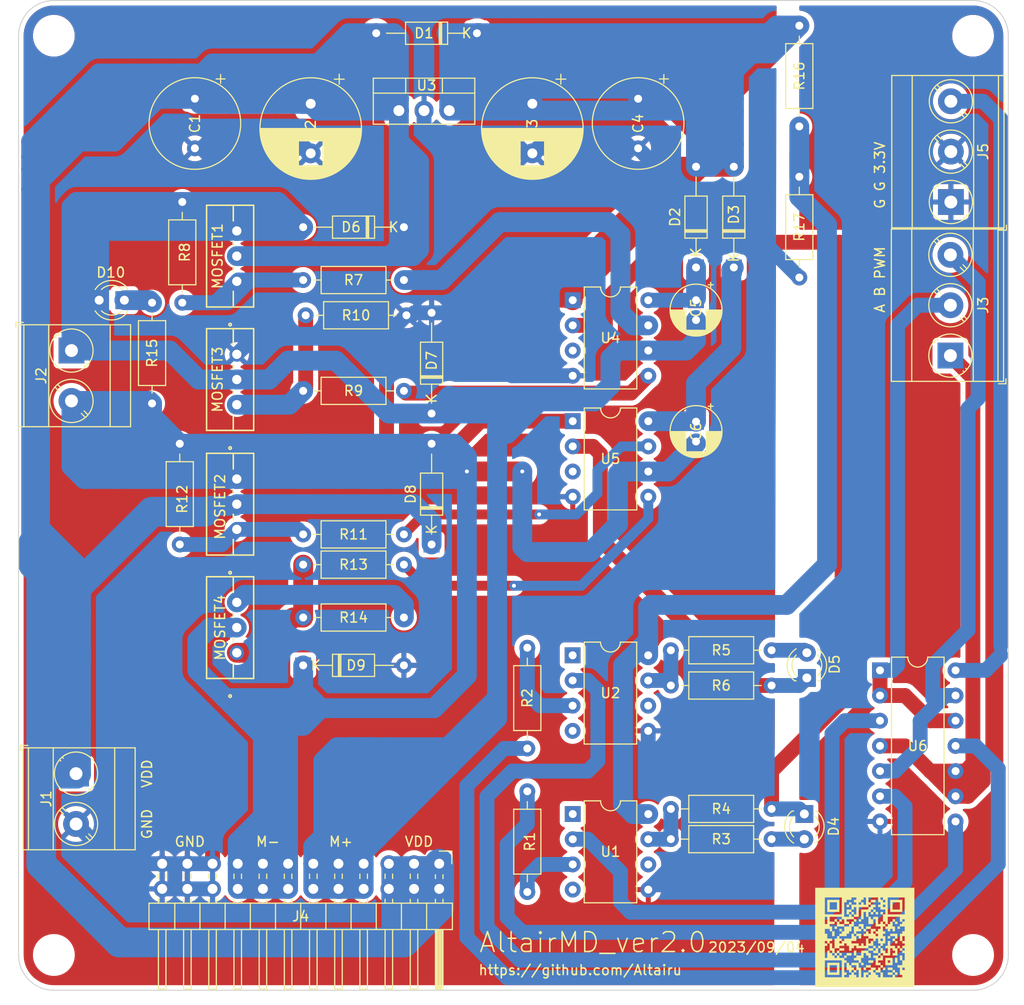
<source format=kicad_pcb>
(kicad_pcb (version 20211014) (generator pcbnew)
  (layers (0 "F.Cu" signal) (31 "B.Cu" signal) (34 "B.Paste" user) (35 "F.Paste" user) (36 "B.SilkS" user "B.Silkscreen") (37 "F.SilkS" user "F.Silkscreen") (38 "B.Mask" user) (39 "F.Mask" user) (44 "Edge.Cuts" user))
  (net 0 "")
  (net 1 "VDD")
  (net 2 "GND")
  (net 3 "VCC")
  (net 4 "Net-(C5-Pad1)")
  (net 5 "M+")
  (net 6 "Net-(C6-Pad1)")
  (net 7 "M-")
  (net 8 "Net-(D4-Pad1)")
  (net 9 "Net-(D4-Pad2)")
  (net 10 "Net-(D5-Pad1)")
  (net 11 "Net-(D5-Pad2)")
  (net 12 "Net-(D10-Pad1)")
  (net 13 "A")
  (net 14 "B")
  (net 15 "PWM")
  (net 16 "Net-(MOSFET4-Pad3)")
  (net 17 "Net-(MOSFET4-Pad1)")
  (net 18 "GND1")
  (net 19 "+3.3V")
  (net 20 "Net-(MOSFET1-Pad1)")
  (net 21 "Net-(MOSFET2-Pad1)")
  (net 22 "Net-(MOSFET3-Pad1)")
  (net 23 "Net-(R1-Pad1)")
  (net 24 "Net-(R1-Pad2)")
  (net 25 "Net-(R2-Pad1)")
  (net 26 "Net-(R2-Pad2)")
  (net 27 "PWM1out")
  (net 28 "PWM2out")
  (net 29 "Net-(R7-Pad1)")
  (net 30 "Net-(R9-Pad1)")
  (net 31 "Net-(R11-Pad1)")
  (net 32 "Net-(R13-Pad1)")
  (net 33 "+5V")
  (net 35 "Net-(U1-Pad2)")
  (net 39 "Net-(U2-Pad2)")
  (footprint "TerminalBlock_Phoenix:TerminalBlock_Phoenix_MKDS-3-3-5.08_1x03_P5.08mm_Horizontal" (layer "F.Cu") (at 170.226 71.125 90)
    (fp_text reference "J5")
    (fp_text value "Screw_Terminal_01x03")
  )
  (footprint "LED_THT:LED_D3.0mm" (layer "F.Cu") (at 86.868 81.026 180)
    (fp_text reference "D10")
    (fp_text value "LED_Dual_Bidirectional")
  )
  (footprint "Diode_THT:D_DO-35_SOD27_P10.16mm_Horizontal" (layer "F.Cu") (at 122.428 54.102 180)
    (fp_text reference "D1")
    (fp_text value "D_Schottky")
  )
  (footprint "KiCADv6:TO-220SIS_TOS" (layer "F.Cu") (at 98.208 79.121 90)
    (fp_text reference "MOSFET1")
    (fp_text value "TK65A10N1")
  )
  (footprint "Resistor_THT:R_Axial_DIN0207_L6.3mm_D2.5mm_P10.16mm_Horizontal" (layer "F.Cu") (at 141.986 132.334)
    (fp_text reference "R4")
    (fp_text value "220")
  )
  (footprint "KiCADv6:TO-220SIS_TOS" (layer "F.Cu") (at 98.208 91.567 90)
    (fp_text reference "MOSFET3")
    (fp_text value "TK65A10N1")
  )
  (footprint "Package_DIP:DIP-8_W7.62mm" (layer "F.Cu") (at 132.09 81.026)
    (fp_text reference "U4")
    (fp_text value "IR2302")
  )
  (footprint "Capacitor_THT:CP_Radial_D10.0mm_P5.00mm" (layer "F.Cu") (at 105.664 61.214 -90)
    (fp_text reference "C2")
    (fp_text value "330μ")
  )
  (footprint "Resistor_THT:R_Axial_DIN0207_L6.3mm_D2.5mm_P10.16mm_Horizontal" (layer "F.Cu") (at 115.062 90.17 180)
    (fp_text reference "R9")
    (fp_text value "10")
  )
  (footprint "Package_DIP:DIP-14_W7.62mm" (layer "F.Cu") (at 163.078 118.359)
    (fp_text reference "U6")
    (fp_text value "7400")
  )
  (footprint "Resistor_THT:R_Axial_DIN0207_L6.3mm_D2.5mm_P10.16mm_Horizontal" (layer "F.Cu") (at 154.94 78.74 90)
    (fp_text reference "R17")
    (fp_text value "1.3K")
  )
  (footprint "Diode_THT:D_DO-35_SOD27_P10.16mm_Horizontal" (layer "F.Cu") (at 104.902 117.856)
    (fp_text reference "D9")
    (fp_text value "D_Schottky")
  )
  (footprint "MountingHole:MountingHole_3.2mm_M3" (layer "F.Cu") (at 172.466 147.066)
    (fp_text reference "H4")
    (fp_text value "MountingHole")
  )
  (footprint "Resistor_THT:R_Axial_DIN0207_L6.3mm_D2.5mm_P10.16mm_Horizontal" (layer "F.Cu") (at 127.508 130.556 -90)
    (fp_text reference "R1")
    (fp_text value "220")
  )
  (footprint "Resistor_THT:R_Axial_DIN0207_L6.3mm_D2.5mm_P10.16mm_Horizontal" (layer "F.Cu") (at 115.062 104.648 180)
    (fp_text reference "R11")
    (fp_text value "10")
  )
  (footprint "Resistor_THT:R_Axial_DIN0207_L6.3mm_D2.5mm_P10.16mm_Horizontal" (layer "F.Cu") (at 115.062 113.03 180)
    (fp_text reference "R14")
    (fp_text value "10K")
  )
  (footprint "Package_DIP:DIP-8_W7.62mm" (layer "F.Cu") (at 132.09 93.228)
    (fp_text reference "U5")
    (fp_text value "IR2302")
  )
  (footprint "MountingHole:MountingHole_3.2mm_M3" (layer "F.Cu") (at 79.756 54.356)
    (fp_text reference "H1")
    (fp_text value "MountingHole")
  )
  (footprint "Resistor_THT:R_Axial_DIN0207_L6.3mm_D2.5mm_P10.16mm_Horizontal" (layer "F.Cu") (at 115.062 78.994 180)
    (fp_text reference "R7")
    (fp_text value "10")
  )
  (footprint "Diode_THT:D_DO-35_SOD27_P10.16mm_Horizontal" (layer "F.Cu") (at 144.526 77.724 90)
    (fp_text reference "D2")
    (fp_text value "1N4148")
  )
  (footprint "KiCADv6:TO-220SIS_TOS" (layer "F.Cu") (at 98.208 104.14 90)
    (fp_text reference "MOSFET2")
    (fp_text value "TK65A10N1")
  )
  (footprint "TerminalBlock_Phoenix:TerminalBlock_Phoenix_MKDS-3-3-5.08_1x03_P5.08mm_Horizontal" (layer "F.Cu") (at 170.18 86.614 90)
    (fp_text reference "J3")
    (fp_text value "Screw_Terminal_01x03")
  )
  (footprint "Resistor_THT:R_Axial_DIN0207_L6.3mm_D2.5mm_P10.16mm_Horizontal" (layer "F.Cu") (at 154.94 63.5 90)
    (fp_text reference "R16")
    (fp_text value "1.8K")
  )
  (footprint "Resistor_THT:R_Axial_DIN0207_L6.3mm_D2.5mm_P10.16mm_Horizontal" (layer "F.Cu") (at 127.508 126.238 90)
    (fp_text reference "R2")
    (fp_text value "220")
  )
  (footprint "Resistor_THT:R_Axial_DIN0207_L6.3mm_D2.5mm_P10.16mm_Horizontal" (layer "F.Cu") (at 92.456 95.504 -90)
    (fp_text reference "R12")
    (fp_text value "10K")
  )
  (footprint "Diode_THT:D_DO-35_SOD27_P10.16mm_Horizontal" (layer "F.Cu") (at 115.062 73.66 180)
    (fp_text reference "D6")
    (fp_text value "D_Schottky")
  )
  (footprint "LED_THT:LED_D3.0mm" (layer "F.Cu") (at 155.702 119.126 90)
    (fp_text reference "D5")
    (fp_text value "LED")
  )
  (footprint "Resistor_THT:R_Axial_DIN0207_L6.3mm_D2.5mm_P10.16mm_Horizontal" (layer "F.Cu") (at 115.316 82.55 180)
    (fp_text reference "R10")
    (fp_text value "10K")
  )
  (footprint "Package_TO_SOT_THT:TO-220-3_Vertical" (layer "F.Cu") (at 114.554 61.905)
    (fp_text reference "U3")
    (fp_text value "LM7812_TO220")
  )
  (footprint "Capacitor_THT:CP_Radial_D5.0mm_P2.00mm" (layer "F.Cu") (at 144.526 93.2789 -90)
    (fp_text reference "C6")
    (fp_text value "10μ")
  )
  (footprint "Diode_THT:D_DO-35_SOD27_P10.16mm_Horizontal" (layer "F.Cu") (at 117.856 92.456 90)
    (fp_text reference "D7")
    (fp_text value "D_Schottky")
  )
  (footprint "Resistor_THT:R_Axial_DIN0207_L6.3mm_D2.5mm_P10.16mm_Horizontal" (layer "F.Cu") (at 115.062 107.696 180)
    (fp_text reference "R13")
    (fp_text value "10")
  )
  (footprint "MountingHole:MountingHole_3.2mm_M3" (layer "F.Cu") (at 79.756 147.066)
    (fp_text reference "H3")
    (fp_text value "MountingHole")
  )
  (footprint "Diode_THT:D_DO-35_SOD27_P10.16mm_Horizontal" (layer "F.Cu") (at 117.856 105.664 90)
    (fp_text reference "D8")
    (fp_text value "D_Schottky")
  )
  (footprint "LED_THT:LED_D3.0mm" (layer "F.Cu") (at 155.448 132.842 -90)
    (fp_text reference "D4")
    (fp_text value "LED")
  )
  (footprint "Capacitor_THT:CP_Radial_D5.0mm_P2.00mm" (layer "F.Cu") (at 144.526 81.026 -90)
    (fp_text reference "C5")
    (fp_text value "10μ")
  )
  (footprint "TerminalBlock_Phoenix:TerminalBlock_Phoenix_MKDS-3-2-5.08_1x02_P5.08mm_Horizontal" (layer "F.Cu") (at 81.996 128.773 -90)
    (fp_text reference "J1")
    (fp_text value "Screw_Terminal_01x02")
  )
  (footprint "Diode_THT:D_DO-35_SOD27_P10.16mm_Horizontal" (layer "F.Cu") (at 148.336 77.724 90)
    (fp_text reference "D3")
    (fp_text value "1N4148")
  )
  (footprint "Capacitor_THT:CP_Radial_D10.0mm_P5.00mm" (layer "F.Cu") (at 128.016 61.214 -90)
    (fp_text reference "C3")
    (fp_text value "330μ")
  )
  (footprint "MountingHole:MountingHole_3.2mm_M3" (layer "F.Cu") (at 172.466 54.356)
    (fp_text reference "H2")
    (fp_text value "MountingHole")
  )
  (footprint "Capacitor_THT:CP_Radial_Tantal_D9.0mm_P5.00mm" (layer "F.Cu") (at 138.684 60.706 -90)
    (fp_text reference "C4")
    (fp_text value "0.1μF")
  )
  (footprint "Resistor_THT:R_Axial_DIN0207_L6.3mm_D2.5mm_P10.16mm_Horizontal" (layer "F.Cu") (at 141.986 116.332)
    (fp_text reference "R5")
    (fp_text value "220")
  )
  (footprint "Resistor_THT:R_Axial_DIN0207_L6.3mm_D2.5mm_P10.16mm_Horizontal" (layer "F.Cu") (at 141.986 119.888)
    (fp_text reference "R6")
    (fp_text value "220")
  )
  (footprint "Package_DIP:DIP-8_W7.62mm" (layer "F.Cu") (at 132.08 116.84)
    (fp_text reference "U2")
    (fp_text value "TLP250")
  )
  (footprint "Capacitor_THT:CP_Radial_Tantal_D9.0mm_P5.00mm" (layer "F.Cu") (at 93.98 60.706 -90)
    (fp_text reference "C1")
    (fp_text value "0.1μF")
  )
  (footprint "Package_DIP:DIP-8_W7.62mm" (layer "F.Cu") (at 132.09 132.852)
    (fp_text reference "U1")
    (fp_text value "TLP250")
  )
  (footprint "Resistor_THT:R_Axial_DIN0207_L6.3mm_D2.5mm_P10.16mm_Horizontal" (layer "F.Cu") (at 92.71 71.12 -90)
    (fp_text reference "R8")
    (fp_text value "10K")
  )
  (footprint "Resistor_THT:R_Axial_DIN0207_L6.3mm_D2.5mm_P10.16mm_Horizontal" (layer "F.Cu") (at 89.662 91.44 90)
    (fp_text reference "R15")
    (fp_text value "550")
  )
  (footprint "KiCADv6:TO-220SIS_TOS" (layer "F.Cu") (at 98.208 116.586 90)
    (fp_text reference "MOSFET4")
    (fp_text value "TK65A10N1")
  )
  (footprint "Resistor_THT:R_Axial_DIN0207_L6.3mm_D2.5mm_P10.16mm_Horizontal" (layer "F.Cu") (at 141.986 135.382)
    (fp_text reference "R3")
    (fp_text value "220")
  )
  (footprint "Connector_PinHeader_2.54mm:PinHeader_2x12_P2.54mm_Horizontal" (layer "F.Cu") (at 118.623 137.86 -90)
    (fp_text reference "J4")
    (fp_text value "Conn_02x12_Odd_Even")
  )
  (footprint "LOGO" (layer "F.Cu") (at 161.544 145.288)
    (fp_text reference "G***" hide)
    (fp_text value "LOGO" hide)
  )
  (footprint "TerminalBlock_Phoenix:TerminalBlock_Phoenix_MKDS-3-2-5.08_1x02_P5.08mm_Horizontal" (layer "F.Cu") (at 81.534 86.106 -90)
    (fp_text reference "J2")
    (fp_text value "Screw_Terminal_01x02")
  )
  (gr_arc (start 176.022 147.066) (mid 174.980472 149.580472) (end 172.466 150.622) (layer "Edge.Cuts") (width 0.1))
  (gr_arc (start 172.466 50.8) (mid 174.980472 51.841528) (end 176.022 54.356) (layer "Edge.Cuts") (width 0.1))
  (gr_line (start 172.466 50.8) (end 79.756 50.8) (layer "Edge.Cuts") (width 0.1))
  (gr_arc (start 76.2 54.356) (mid 77.241528 51.841528) (end 79.756 50.8) (layer "Edge.Cuts") (width 0.1))
  (gr_arc (start 79.756 150.622) (mid 77.241528 149.580472) (end 76.2 147.066) (layer "Edge.Cuts") (width 0.1))
  (gr_line (start 176.022 147.066) (end 176.022 54.356) (layer "Edge.Cuts") (width 0.1))
  (gr_line (start 79.756 150.622) (end 172.466 150.622) (layer "Edge.Cuts") (width 0.1))
  (gr_line (start 76.2 54.356) (end 76.2 147.066) (layer "Edge.Cuts") (width 0.1))
  (gr_text "GND\n" (at 89.154 133.858 90) (layer "F.SilkS") (effects (font (size 1 1))))
  (gr_text "M+\n" (at 108.712 135.636) (layer "F.SilkS") (effects (font (size 1 1))))
  (gr_text "M-\n" (at 101.346 135.636) (layer "F.SilkS") (effects (font (size 1 1))))
  (gr_text "A B PWM     G G 3.3V" (at 163.068 73.66 90) (layer "F.SilkS") (effects (font (size 1 1))))
  (gr_text "https://github.com/Altairu" (at 132.842 148.59) (layer "F.SilkS") (effects (font (size 1 1))))
  (gr_text "GND\n" (at 93.472 135.636) (layer "F.SilkS") (effects (font (size 1 1))))
  (gr_text "VDD\n" (at 116.586 135.636) (layer "F.SilkS") (effects (font (size 1 1))))
  (gr_text "AltairMD_ver2.0" (at 134.112 145.796) (layer "F.SilkS") (effects (font (size 2 2))))
  (gr_text "VDD\n" (at 89.154 128.778 90) (layer "F.SilkS") (effects (font (size 1 1))))
  (gr_text "2023/09/04" (at 150.622 146.304) (layer "F.SilkS") (effects (font (size 1 1))))
  (segment (start 93.98 60.706) (end 105.156 60.706) (width 2) (layer "F.Cu") (net 1))
  (segment (start 112.268 54.102) (end 112.268 59.619) (width 2) (layer "F.Cu") (net 1))
  (segment (start 112.268 59.619) (end 114.554 61.905) (width 2) (layer "F.Cu") (net 1))
  (segment (start 113.863 61.214) (end 114.554 61.905) (width 2) (layer "F.Cu") (net 1))
  (segment (start 105.156 60.706) (end 105.664 61.214) (width 2) (layer "F.Cu") (net 1))
  (segment (start 105.664 61.214) (end 113.863 61.214) (width 2) (layer "F.Cu") (net 1))
  (segment (start 109.601 58.547) (end 111.577 60.523) (width 2) (layer "B.Cu") (net 1))
  (segment (start 81.026 61.468) (end 83.312 61.468) (width 2) (layer "B.Cu") (net 1))
  (segment (start 113.665 76.581) (end 98.208 76.581) (width 2) (layer "B.Cu") (net 1))
  (segment (start 92.456 58.166) (end 90.932 59.69) (width 2) (layer "B.Cu") (net 1))
  (segment (start 80.264 114.554) (end 80.264 112.776) (width 3) (layer "B.Cu") (net 1))
  (segment (start 80.772 66.548) (end 82.296 65.024) (width 2) (layer "B.Cu") (net 1))
  (segment (start 84.328 60.198) (end 84.836 60.706) (width 2) (layer "B.Cu") (net 1))
  (segment (start 85.09 59.69) (end 84.963 59.563) (width 2) (layer "B.Cu") (net 1))
  (segment (start 117.856 103.378) (end 117.856 105.664) (width 2) (layer "B.Cu") (net 1))
  (segment (start 98.048 101.76) (end 98.208 101.6) (width 2) (layer "B.Cu") (net 1))
  (segment (start 86.36 145.796) (end 114.3 145.796) (width 3) (layer "B.Cu") (net 1))
  (segment (start 78.359 64.135) (end 78.359 65.024) (width 2) (layer "B.Cu") (net 1))
  (segment (start 86.995 62.611) (end 87.63 63.246) (width 2) (layer "B.Cu") (net 1))
  (segment (start 112.268 55.88) (end 112.49 56.102) (width 2) (layer "B.Cu") (net 1))
  (segment (start 90.043 60.071) (end 89.662 59.69) (width 2) (layer "B.Cu") (net 1))
  (segment (start 77.47 66.548) (end 77.47 67.818) (width 2) (layer "B.Cu") (net 1))
  (segment (start 79.756 110.49) (end 81.153 111.887) (width 3) (layer "B.Cu") (net 1))
  (segment (start 94.742 58.166) (end 95.758 57.15) (width 2) (layer "B.Cu") (net 1))
  (segment (start 90.678 60.706) (end 90.043 60.706) (width 2) (layer "B.Cu") (net 1))
  (segment (start 103.886 61.214) (end 102.108 61.214) (width 2) (layer "B.Cu") (net 1))
  (segment (start 92.456 58.166) (end 90.678 58.166) (width 2) (layer "B.Cu") (net 1))
  (segment (start 116.083 137.86) (end 116.083 140.4) (width 1.5) (layer "B.Cu") (net 1))
  (segment (start 80.264 119.888) (end 80.264 123.444) (width 3) (layer "B.Cu") (net 1))
  (segment (start 78.486 108.458) (end 77.7 107.672) (width 3) (layer "B.Cu") (net 1))
  (segment (start 107.95 55.626) (end 108.458 56.134) (width 2) (layer "B.Cu") (net 1))
  (segment (start 109.22 58.166) (end 109.601 58.547) (width 2) (layer "B.Cu") (net 1))
  (segment (start 90.678 58.166) (end 90.17 58.166) (width 2) (layer "B.Cu") (net 1))
  (segment (start 118.623 140.4) (end 118.623 137.86) (width 3) (layer "B.Cu") (net 1))
  (segment (start 81.28 61.722) (end 81.28 61.976) (width 2) (layer "B.Cu") (net 1))
  (segment (start 95.598 101.76) (end 98.048 101.76) (width 2) (layer "B.Cu") (net 1))
  (segment (start 114.554 61.905) (end 112.451 61.905) (width 2) (layer "B.Cu") (net 1))
  (segment (start 109.728 57.15) (end 110.236 56.642) (width 2) (layer "B.Cu") (net 1))
  (segment (start 98.298 58.928) (end 98.298 58.166) (width 2) (layer "B.Cu") (net 1))
  (segment (start 82.296 65.024) (end 85.852 65.024) (width 2) (layer "B.Cu") (net 1))
  (segment (start 92.202 60.706) (end 90.678 60.706) (width 2) (layer "B.Cu") (net 1))
  (segment (start 87.63 59.182) (end 87.122 59.69) (width 2) (layer "B.Cu") (net 1))
  (segment (start 114.554 54.61) (end 114.046 54.102) (width 2) (layer "B.Cu") (net 1))
  (segment (start 110.871 57.277) (end 111.633 57.277) (width 2) (layer "B.Cu") (net 1))
  (segment (start 116.083 140.4) (end 118.623 137.86) (width 1.5) (layer "B.Cu") (net 1))
  (segment (start 78.359 65.024) (end 78.359 66.548) (width 2) (layer "B.Cu") (net 1))
  (segment (start 78.486 115.316) (end 78.486 114.554) (width 3) (layer "B.Cu") (net 1))
  (segment (start 85.852 64.008) (end 83.312 61.468) (width 2) (layer "B.Cu") (net 1))
  (segment (start 110.236 56.642) (end 110.236 57.15) (width 2) (layer "B.Cu") (net 1))
  (segment (start 112.49 56.102) (end 113.982 54.61) (width 2) (layer "B.Cu") (net 1))
  (segment (start 114.3 60.706) (end 112.634 60.706) (width 2) (layer "B.Cu") (net 1))
  (segment (start 110.251 60.437) (end 108.585 60.437) (width 2) (layer "B.Cu") (net 1))
  (segment (start 86.106 60.706) (end 84.836 60.706) (width 2) (layer "B.Cu") (net 1))
  (segment (start 79.502 67.818) (end 80.772 66.548) (width 2) (layer "B.Cu") (net 1))
  (segment (start 112.451 58.095) (end 112.451 58.857) (width 2) (layer "B.Cu") (net 1))
  (segment (start 116.083 140.4) (end 118.623 140.4) (width 1.5) (layer "B.Cu") (net 1))
  (segment (start 113.543 140.4) (end 113.543 141.991) (width 1.5) (layer "B.Cu") (net 1))
  (segment (start 110.871 57.277) (end 112.451 58.857) (width 2) (layer "B.Cu") (net 1))
  (segment (start 109.728 57.15) (end 110.236 57.15) (width 2) (layer "B.Cu") (net 1))
  (segment (start 114.173 142.31) (end 114.173 142.621) (width 1.5) (layer "B.Cu") (net 1))
  (segment (start 113.543 141.991) (end 114.173 142.621) (width 1.5) (layer "B.Cu") (net 1))
  (segment (start 87.63 58.166) (end 87.63 59.182) (width 2) (layer "B.Cu") (net 1))
  (segment (start 102.108 61.214) (end 97.536 61.214) (width 2) (layer "B.Cu") (net 1))
  (segment (start 86.995 61.087) (end 86.995 62.611) (width 2) (layer "B.Cu") (net 1))
  (segment (start 114.554 67.818) (end 116.586 69.85) (width 2) (layer "B.Cu") (net 1))
  (segment (start 90.043 60.833) (end 90.043 60.706) (width 2) (layer "B.Cu") (net 1))
  (segment (start 115.132 142.31) (end 114.173 142.31) (width 1.5) (layer "B.Cu") (net 1))
  (segment (start 95.758 57.15) (end 106.426 57.15) (width 2) (layer "B.Cu") (net 1))
  (segment (start 98.298 59.944) (end 99.568 59.944) (width 2) (layer "B.Cu") (net 1))
  (segment (start 89.662 59.69) (end 89.154 59.182) (width 2) (layer "B.Cu") (net 1))
  (segment (start 114.554 65.024) (end 116.586 67.056) (width 2) (layer "B.Cu") (net 1))
  (segment (start 105.664 61.214) (end 106.553 60.325) (width 2) (layer "B.Cu") (net 1))
  (segment (start 111.506 57.15) (end 111.633 57.277) (width 2) (layer "B.Cu") (net 1))
  (segment (start 114.554 60.706) (end 114.554 61.905) (width 2) (layer "B.Cu") (net 1))
  (segment (start 109.474 54.102) (end 107.95 55.626) (width 2) (layer "B.Cu") (net 1))
  (segment (start 80.137 62.357) (end 78.359 64.135) (width 2) (layer "B.Cu") (net 1))
  (segment (start 83.312 64.008) (end 82.296 65.024) (width 2) (layer "B.Cu") (net 1))
  (segment (start 115.951 76.581) (end 113.919 76.581) (width 2) (layer "B.Cu") (net 1))
  (segment (start 85.852 65.024) (end 87.122 63.754) (width 2) (layer "B.Cu") (net 1))
  (segment (start 89.662 102.362) (end 83.185 108.839) (width 3) (layer "B.Cu") (net 1))
  (segment (start 95.504 59.182) (end 97.536 61.214) (width 2) (layer "B.Cu") (net 1))
  (segment (start 98.208 101.6) (end 116.078 101.6) (width 2) (layer "B.Cu") (net 1))
  (segment (start 79.456 107.488) (end 81.996 110.028) (width 2) (layer "B.Cu") (net 1))
  (segment (start 112.451 61.905) (end 110.053 61.905) (width 2) (layer "B.Cu") (net 1))
  (segment (start 80.137 64.643) (end 80.518 65.024) (width 2) (layer "B.Cu") (net 1))
  (segment (start 85.344 61.468) (end 87.122 63.246) (width 2) (layer "B.Cu") (net 1))
  (segment (start 105.664 61.214) (end 106.553 60.325) (width 2) (layer "B.Cu") (net 1))
  (segment (start 108.585 58.771) (end 110.251 60.437) (width 2) (layer "B.Cu") (net 1))
  (segment (start 81.28 61.722) (end 81.28 61.976) (width 2) (layer "B.Cu") (net 1))
  (segment (start 112.49 56.102) (end 112.903 56.515) (width 2) (layer "B.Cu") (net 1))
  (segment (start 114.554 65.024) (end 114.554 61.905) (width 2) (layer "B.Cu") (net 1))
  (segment (start 84.328 58.166) (end 84.328 58.928) (width 2) (layer "B.Cu") (net 1))
  (segment (start 115.062 73.66) (end 116.586 72.136) (width 2) (layer "B.Cu") (net 1))
  (segment (start 81.996 112.73) (end 81.996 116.286) (width 3) (layer "B.Cu") (net 1))
  (segment (start 113.543 137.86) (end 116.083 140.4) (width 1.5) (layer "B.Cu") (net 1))
  (segment (start 115.57 71.12) (end 116.586 72.136) (width 2) (layer "B.Cu") (net 1))
  (segment (start 81.996 116.286) (end 81.996 117.14) (width 3) (layer "B.Cu") (net 1))
  (segment (start 77.47 67.818) (end 77.47 69.85) (width 2) (layer "B.Cu") (net 1))
  (segment (start 86.614 60.706) (end 86.106 60.706) (width 2) (layer "B.Cu") (net 1))
  (segment (start 87.122 63.246) (end 87.63 63.246) (width 2) (layer "B.Cu") (net 1))
  (segment (start 99.568 58.166) (end 99.568 58.674) (width 2) (layer "B.Cu") (net 1))
  (segment (start 77.47 105.502) (end 79.456 107.488) (width 2) (layer "B.Cu") (net 1))
  (segment (start 113.919 76.581) (end 113.665 76.581) (width 2) (layer "B.Cu") (net 1))
  (segment (start 77.47 65.024) (end 77.47 66.548) (width 2) (layer "B.Cu") (net 1))
  (segment (start 112.49 56.102) (end 112.903 56.515) (width 2) (layer "B.Cu") (net 1))
  (segment (start 112.268 54.102) (end 109.474 54.102) (width 2) (layer "B.Cu") (net 1))
  (segment (start 90.17 58.166) (end 87.63 58.166) (width 2) (layer "B.Cu") (net 1))
  (segment (start 116.083 140.4) (end 114.173 142.31) (width 1.5) (layer "B.Cu") (net 1))
  (segment (start 105.664 58.674) (end 105.156 58.166) (width 2) (layer "B.Cu") (net 1))
  (segment (start 114.554 54.61) (end 114.554 58.166) (width 2) (layer "B.Cu") (net 1))
  (segment (start 109.403 61.397) (end 109.403 61.905) (width 2) (layer "B.Cu") (net 1))
  (segment (start 113.538 57.15) (end 112.522 58.166) (width 2) (layer "B.Cu") (net 1))
  (segment (start 114.173 142.621) (end 116.083 144.531) (width 1.5) (layer "B.Cu") (net 1))
  (segment (start 116.078 101.6) (end 117.856 103.378) (width 2) (layer "B.Cu") (net 1))
  (segment (start 99.568 58.674) (end 102.108 61.214) (width 2) (layer "B.Cu") (net 1))
  (segment (start 102.108 58.166) (end 102.87 58.166) (width 2) (layer "B.Cu") (net 1))
  (segment (start 78.359 65.024) (end 80.518 65.024) (width 2) (layer "B.Cu") (net 1))
  (segment (start 106.553 60.325) (end 108.331 60.325) (width 2) (layer "B.Cu") (net 1))
  (segment (start 90.932 59.69) (end 89.662 59.69) (width 2) (layer "B.Cu") (net 1))
  (segment (start 110.236 57.15) (end 110.744 57.15) (width 2) (layer "B.Cu") (net 1))
  (segment (start 110.236 56.134) (end 110.236 56.642) (width 2) (layer "B.Cu") (net 1))
  (segment (start 112.451 58.857) (end 112.522 58.928) (width 2) (layer "B.Cu") (net 1))
  (segment (start 115.062 145.796) (end 116.205 144.653) (width 3) (layer "B.Cu") (net 1))
  (segment (start 110.053 61.905) (end 109.403 61.905) (width 2) (layer "B.Cu") (net 1))
  (segment (start 90.678 60.706) (end 90.043 60.071) (width 2) (layer "B.Cu") (net 1))
  (segment (start 107.442 59.436) (end 108.331 60.325) (width 2) (layer "B.Cu") (net 1))
  (segment (start 83.312 61.468) (end 85.344 61.468) (width 2) (layer "B.Cu") (net 1))
  (segment (start 78.486 137.922) (end 86.36 145.796) (width 3) (layer "B.Cu") (net 1))
  (segment (start 114.554 75.692) (end 113.665 76.581) (width 2) (layer "B.Cu") (net 1))
  (segment (start 80.264 123.444) (end 78.486 125.222) (width 3) (layer "B.Cu") (net 1))
  (segment (start 87.63 63.246) (end 87.122 63.754) (width 2) (layer "B.Cu") (net 1))
  (segment (start 116.083 140.4) (end 117.918 142.235) (width 1.5) (layer "B.Cu") (net 1))
  (segment (start 116.205 144.653) (end 118.623 142.235) (width 3) (layer "B.Cu") (net 1))
  (segment (start 113.919 76.581) (end 113.665 76.581) (width 2) (layer "B.Cu") (net 1))
  (segment (start 114.554 69.85) (end 114.554 67.818) (width 2) (layer "B.Cu") (net 1))
  (segment (start 113.543 140.4) (end 116.083 140.4) (width 1.5) (layer "B.Cu") (net 1))
  (segment (start 108.458 56.134) (end 110.236 56.134) (width 2) (layer "B.Cu") (net 1))
  (segment (start 116.586 70.104) (end 116.586 69.85) (width 2) (layer "B.Cu") (net 1))
  (segment (start 108.331 60.325) (end 109.403 61.397) (width 2) (layer "B.Cu") (net 1))
  (segment (start 112.451 58.857) (end 112.451 60.523) (width 2) (layer "B.Cu") (net 1))
  (segment (start 113.543 141.991) (end 113.543 145.039) (width 1.5) (layer "B.Cu") (net 1))
  (segment (start 77.47 67.818) (end 78.359 67.818) (width 2) (layer "B.Cu") (net 1))
  (segment (start 78.359 67.818) (end 78.359 68.961) (width 2) (layer "B.Cu") (net 1))
  (segment (start 111.633 57.277) (end 112.451 58.095) (width 2) (layer "B.Cu") (net 1))
  (segment (start 90.043 60.706) (end 90.043 60.071) (width 2) (layer "B.Cu") (net 1))
  (segment (start 77.47 66.548) (end 78.359 66.548) (width 2) (layer "B.Cu") (net 1))
  (segment (start 80.264 114.554) (end 81.996 116.286) (width 3) (layer "B.Cu") (net 1))
  (segment (start 114.554 58.166) (end 112.522 58.166) (width 2) (layer "B.Cu") (net 1))
  (segment (start 86.36 60.452) (end 86.614 60.706) (width 2) (layer "B.Cu") (net 1))
  (segment (start 103.886 61.214) (end 105.156 61.214) (width 2) (layer "B.Cu") (net 1))
  (segment (start 93.98 60.706) (end 92.202 60.706) (width 2) (layer "B.Cu") (net 1))
  (segment (start 77.47 69.85) (end 77.47 105.502) (width 2) (layer "B.Cu") (net 1))
  (segment (start 112.522 58.166) (end 112.522 58.928) (width 2) (layer "B.Cu") (net 1))
  (segment (start 78.486 108.458) (end 79.456 107.488) (width 3) (layer "B.Cu") (net 1))
  (segment (start 84.328 58.928) (end 84.963 59.563) (width 2) (layer "B.Cu") (net 1))
  (segment (start 107.95 55.626) (end 106.426 57.15) (width 2) (layer "B.Cu") (net 1))
  (segment (start 92.202 60.706) (end 94.742 58.166) (width 2) (layer "B.Cu") (net 1))
  (segment (start 84.836 60.706) (end 81.788 60.706) (width 2) (layer "B.Cu") (net 1))
  (segment (start 102.108 59.436) (end 103.886 61.214) (width 2) (layer "B.Cu") (net 1))
  (segment (start 110.776 56.102) (end 112.451 57.777) (width 2) (layer "B.Cu") (net 1))
  (segment (start 114.554 69.85) (end 116.332 69.85) (width 2) (layer "B.Cu") (net 1))
  (segment (start 114.554 69.85) (end 114.554 71.12) (width 2) (layer "B.Cu") (net 1))
  (segment (start 106.355 61.905) (end 105.664 61.214) (width 2) (layer "B.Cu") (net 1))
  (segment (start 78.486 110.49) (end 78.486 108.458) (width 3) (layer "B.Cu") (net 1))
  (segment (start 112.451 57.777) (end 112.451 58.095) (width 2) (layer "B.Cu") (net 1))
  (segment (start 105.156 58.166) (end 108.712 58.166) (width 2) (layer "B.Cu") (net 1))
  (segment (start 84.328 58.928) (end 84.328 60.198) (width 2) (layer "B.Cu") (net 1))
  (segment (start 113.982 54.61) (end 114.554 54.61) (width 2) (layer "B.Cu") (net 1))
  (segment (start 115.062 75.438) (end 113.919 76.581) (width 2) (layer "B.Cu") (net 1))
  (segment (start 78.486 128.778) (end 78.486 137.922) (width 3) (layer "B.Cu") (net 1))
  (segment (start 110.744 57.15) (end 110.871 57.277) (width 2) (layer "B.Cu") (net 1))
  (segment (start 78.486 110.49) (end 79.756 110.49) (width 3) (layer "B.Cu") (net 1))
  (segment (start 116.332 69.85) (end 116.586 70.104) (width 2) (layer "B.Cu") (net 1))
  (segment (start 81.153 111.887) (end 81.996 112.73) (width 3) (layer "B.Cu") (net 1))
  (segment (start 90.043 60.706) (end 86.614 60.706) (width 2) (layer "B.Cu") (net 1))
  (segment (start 102.108 58.166) (end 102.87 58.166) (width 2) (layer "B.Cu") (net 1))
  (segment (start 79.502 67.818) (end 78.359 68.961) (width 2) (layer "B.Cu") (net 1))
  (segment (start 78.359 68.961) (end 77.47 69.85) (width 2) (layer "B.Cu") (net 1))
  (segment (start 116.586 67.056) (end 116.586 69.85) (width 2) (layer "B.Cu") (net 1))
  (segment (start 78.359 66.548) (end 80.772 66.548) (width 2) (layer "B.Cu") (net 1))
  (segment (start 116.083 144.531) (end 116.205 144.653) (width 1.5) (layer "B.Cu") (net 1))
  (segment (start 78.486 115.316) (end 80.31 117.14) (width 3) (layer "B.Cu") (net 1))
  (segment (start 102.108 58.166) (end 102.108 59.436) (width 2) (layer "B.Cu") (net 1))
  (segment (start 98.298 58.166) (end 99.568 58.166) (width 2) (layer "B.Cu") (net 1))
  (segment (start 110.236 56.642) (end 110.776 56.102) (width 2) (layer "B.Cu") (net 1))
  (segment (start 110.776 56.102) (end 112.49 56.102) (width 2) (layer "B.Cu") (net 1))
  (segment (start 93.218 58.166) (end 92.456 58.166) (width 2) (layer "B.Cu") (net 1))
  (segment (start 114.046 54.102) (end 112.268 54.102) (width 2) (layer "B.Cu") (net 1))
  (segment (start 89.662 59.69) (end 87.122 59.69) (width 2) (layer "B.Cu") (net 1))
  (segment (start 112.634 60.706) (end 112.451 60.523) (width 2) (layer "B.Cu") (net 1))
  (segment (start 102.87 58.166) (end 105.156 58.166) (width 2) (layer "B.Cu") (net 1))
  (segment (start 107.442 59.436) (end 108.585 58.293) (width 2) (layer "B.Cu") (net 1))
  (segment (start 78.486 127) (end 80.259 128.773) (width 3) (layer "B.Cu") (net 1))
  (segment (start 81.28 65.024) (end 82.296 65.024) (width 2) (layer "B.Cu") (net 1))
  (segment (start 105.664 61.214) (end 105.156 61.214) (width 2) (layer "B.Cu") (net 1))
  (segment (start 114.554 72.136) (end 114.554 75.692) (width 2) (layer "B.Cu") (net 1))
  (segment (start 93.98 60.706) (end 92.202 60.706) (width 2) (layer "B.Cu") (net 1))
  (segment (start 80.31 119.842) (end 80.264 119.888) (width 3) (layer "B.Cu") (net 1))
  (segment (start 97.536 61.214) (end 94.488 61.214) (width 2) (layer "B.Cu") (net 1))
  (segment (start 111.577 60.523) (end 112.451 60.523) (width 2) (layer "B.Cu") (net 1))
  (segment (start 113.543 137.86) (end 116.083 137.86) (width 1.5) (layer "B.Cu") (net 1))
  (segment (start 81.991 128.778) (end 78.486 128.778) (width 3) (layer "B.Cu") (net 1))
  (segment (start 105.664 61.214) (end 105.664 60.96) (width 2) (layer "B.Cu") (net 1))
  (segment (start 118.623 142.235) (end 118.623 140.4) (width 3) (layer "B.Cu") (net 1))
  (segment (start 83.185 108.839) (end 81.996 110.028) (width 3) (layer "B.Cu") (net 1))
  (segment (start 112.903 56.515) (end 113.538 57.15) (width 2) (layer "B.Cu") (net 1))
  (segment (start 87.122 59.69) (end 85.09 59.69) (width 2) (layer "B.Cu") (net 1))
  (segment (start 112.268 54.102) (end 112.268 55.88) (width 2) (layer "B.Cu") (net 1))
  (segment (start 114.554 60.706) (end 114.3 60.706) (width 2) (layer "B.Cu") (net 1))
  (segment (start 105.664 60.96) (end 105.664 61.214) (width 2) (layer "B.Cu") (net 1))
  (segment (start 81.026 61.468) (end 80.137 62.357) (width 2) (layer "B.Cu") (net 1))
  (segment (start 112.522 58.166) (end 112.451 58.095) (width 2) (layer "B.Cu") (net 1))
  (segment (start 78.486 114.554) (end 78.486 110.49) (width 3) (layer "B.Cu") (net 1))
  (segment (start 109.403 61.905) (end 106.355 61.905) (width 2) (layer "B.Cu") (net 1))
  (segment (start 94.742 58.166) (end 93.218 58.166) (width 2) (layer "B.Cu") (net 1))
  (segment (start 80.518 65.024) (end 81.28 65.024) (width 2) (layer "B.Cu") (net 1))
  (segment (start 80.31 117.14) (end 80.31 119.842) (width 3) (layer "B.Cu") (net 1))
  (segment (start 87.63 58.166) (end 84.328 58.166) (width 2) (layer "B.Cu") (net 1))
  (segment (start 94.488 61.214) (end 93.98 60.706) (width 2) (layer "B.Cu") (net 1))
  (segment (start 106.553 60.325) (end 107.442 59.436) (width 2) (layer "B.Cu") (net 1))
  (segment (start 115.062 73.66) (end 115.062 75.438) (width 2) (layer "B.Cu") (net 1))
  (segment (start 116.083 137.86) (end 118.623 137.86) (width 1.5) (layer "B.Cu") (net 1))
  (segment (start 84.963 59.563) (end 85.09 59.69) (width 2) (layer "B.Cu") (net 1))
  (segment (start 116.586 72.136) (end 116.586 70.104) (width 2) (layer "B.Cu") (net 1))
  (segment (start 106.426 57.15) (end 109.728 57.15) (width 2) (layer "B.Cu") (net 1))
  (segment (start 77.47 65.024) (end 78.359 65.024) (width 2) (layer "B.Cu") (net 1))
  (segment (start 78.359 104.013) (end 83.185 108.839) (width 2) (layer "B.Cu") (net 1))
  (segment (start 81.28 61.976) (end 83.312 64.008) (width 2) (layer "B.Cu") (net 1))
  (segment (start 85.852 65.024) (end 85.852 64.008) (width 2) (layer "B.Cu") (net 1))
  (segment (start 112.451 60.523) (end 112.451 61.905) (width 2) (layer "B.Cu") (net 1))
  (segment (start 99.568 58.166) (end 102.108 58.166) (width 2) (layer "B.Cu") (net 1))
  (segment (start 81.996 110.028) (end 81.996 112.73) (width 3) (layer "B.Cu") (net 1))
  (segment (start 99.568 59.944) (end 98.552 58.928) (width 2) (layer "B.Cu") (net 1))
  (segment (start 78.359 66.548) (end 78.359 67.818) (width 2) (layer "B.Cu") (net 1))
  (segment (start 78.486 125.222) (end 78.486 115.316) (width 3) (layer "B.Cu") (net 1))
  (segment (start 93.98 60.706) (end 95.504 59.182) (width 2) (layer "B.Cu") (net 1))
  (segment (start 84.328 58.166) (end 84.328 58.928) (width 2) (layer "B.Cu") (net 1))
  (segment (start 80.259 128.773) (end 81.996 128.773) (width 3) (layer "B.Cu") (net 1))
  (segment (start 109.601 57.277) (end 109.601 58.547) (width 2) (layer "B.Cu") (net 1))
  (segment (start 117.918 142.235) (end 118.623 142.235) (width 1.5) (layer "B.Cu") (net 1))
  (segment (start 116.586 72.136) (end 114.554 72.136) (width 2) (layer "B.Cu") (net 1))
  (segment (start 81.788 60.706) (end 81.026 61.468) (width 2) (layer "B.Cu") (net 1))
  (segment (start 109.728 57.15) (end 110.236 57.15) (width 2) (layer "B.Cu") (net 1))
  (segment (start 116.083 137.86) (end 118.623 137.86) (width 1.5) (layer "B.Cu") (net 1))
  (segment (start 87.63 63.246) (end 90.043 60.833) (width 2) (layer "B.Cu") (net 1))
  (segment (start 81.026 61.468) (end 81.28 61.722) (width 2) (layer "B.Cu") (net 1))
  (segment (start 84.328 58.166) (end 81.788 60.706) (width 2) (layer "B.Cu") (net 1))
  (segment (start 94.996 102.362) (end 89.662 102.362) (width 3) (layer "B.Cu") (net 1))
  (segment (start 114.554 58.166) (end 114.554 60.706) (width 2) (layer "B.Cu") (net 1))
  (segment (start 108.585 60.437) (end 110.053 61.905) (width 2) (layer "B.Cu") (net 1))
  (segment (start 78.359 64.135) (end 77.47 65.024) (width 2) (layer "B.Cu") (net 1))
  (segment (start 87.122 59.69) (end 86.36 60.452) (width 2) (layer "B.Cu") (net 1))
  (segment (start 80.137 62.357) (end 80.137 64.643) (width 2) (layer "B.Cu") (net 1))
  (segment (start 110.236 57.15) (end 110.744 57.15) (width 2) (layer "B.Cu") (net 1))
  (segment (start 78.359 68.961) (end 78.359 104.013) (width 2) (layer "B.Cu") (net 1))
  (segment (start 116.083 140.4) (end 116.083 143.261) (width 1.5) (layer "B.Cu") (net 1))
  (segment (start 109.601 57.277) (end 110.871 57.277) (width 2) (layer "B.Cu") (net 1))
  (segment (start 96.52 58.166) (end 98.298 59.944) (width 2) (layer "B.Cu") (net 1))
  (segment (start 81.28 61.976) (end 81.28 65.024) (width 2) (layer "B.Cu") (net 1))
  (segment (start 105.156 61.214) (end 103.886 61.214) (width 2) (layer "B.Cu") (net 1))
  (segment (start 93.218 58.166) (end 92.456 58.166) (width 2) (layer "B.Cu") (net 1))
  (segment (start 94.996 102.362) (end 95.598 101.76) (width 2) (layer "B.Cu") (net 1))
  (segment (start 85.09 59.69) (end 86.106 60.706) (width 2) (layer "B.Cu") (net 1))
  (segment (start 114.554 71.12) (end 114.554 72.136) (width 2) (layer "B.Cu") (net 1))
  (segment (start 87.122 63.754) (end 87.63 63.246) (width 2) (layer "B.Cu") (net 1))
  (segment (start 80.31 117.14) (end 81.996 117.14) (width 3) (layer "B.Cu") (net 1))
  (segment (start 83.312 61.468) (end 83.312 64.008) (width 2) (layer "B.Cu") (net 1))
  (segment (start 78.486 127) (end 81.996 123.49) (width 3) (layer "B.Cu") (net 1))
  (segment (start 89.154 59.182) (end 90.17 58.166) (width 2) (layer "B.Cu") (net 1))
  (segment (start 78.486 128.778) (end 78.486 127) (width 3) (layer "B.Cu") (net 1))
  (segment (start 85.852 64.008) (end 83.312 64.008) (width 2) (layer "B.Cu") (net 1))
  (segment (start 114.554 71.12) (end 115.57 71.12) (width 2) (layer "B.Cu") (net 1))
  (segment (start 80.264 112.776) (end 81.153 111.887) (width 3) (layer "B.Cu") (net 1))
  (segment (start 114.173 142.621) (end 114.173 145.669) (width 1.5) (layer "B.Cu") (net 1))
  (segment (start 112.522 58.928) (end 114.3 60.706) (width 2) (layer "B.Cu") (net 1))
  (segment (start 78.359 67.818) (end 79.502 67.818) (width 2) (layer "B.Cu") (net 1))
  (segment (start 81.996 128.773) (end 81.991 128.778) (width 3) (layer "B.Cu") (net 1))
  (segment (start 114.173 145.669) (end 114.3 145.796) (width 1.5) (layer "B.Cu") (net 1))
  (segment (start 113.543 140.4) (end 113.543 137.86) (width 1.5) (layer "B.Cu") (net 1))
  (segment (start 92.202 60.706) (end 90.678 60.706) (width 2) (layer "B.Cu") (net 1))
  (segment (start 81.996 117.14) (end 81.996 123.49) (width 3) (layer "B.Cu") (net 1))
  (segment (start 77.7 107.672) (end 77.7 105.502) (width 3) (layer "B.Cu") (net 1))
  (segment (start 108.712 58.166) (end 109.22 58.166) (width 2) (layer "B.Cu") (net 1))
  (segment (start 114.554 67.818) (end 114.554 65.024) (width 2) (layer "B.Cu") (net 1))
  (segment (start 109.601 57.277) (end 109.728 57.15) (width 2) (layer "B.Cu") (net 1))
  (segment (start 108.585 58.293) (end 108.585 58.771) (width 2) (layer "B.Cu") (net 1))
  (segment (start 108.585 58.293) (end 108.712 58.166) (width 2) (layer "B.Cu") (net 1))
  (segment (start 110.744 57.15) (end 111.506 57.15) (width 2) (layer "B.Cu") (net 1))
  (segment (start 116.083 143.261) (end 116.083 144.531) (width 1.5) (layer "B.Cu") (net 1))
  (segment (start 95.504 59.182) (end 96.52 58.166) (width 2) (layer "B.Cu") (net 1))
  (segment (start 98.552 58.928) (end 98.298 58.928) (width 2) (layer "B.Cu") (net 1))
  (segment (start 114.3 145.796) (end 115.062 145.796) (width 3) (layer "B.Cu") (net 1))
  (segment (start 113.543 145.039) (end 114.173 145.669) (width 1.5) (layer "B.Cu") (net 1))
  (segment (start 93.98 60.706) (end 92.202 60.706) (width 2) (layer "B.Cu") (net 1))
  (segment (start 116.586 75.946) (end 115.951 76.581) (width 2) (layer "B.Cu") (net 1))
  (segment (start 90.17 58.166) (end 90.678 58.166) (width 2) (layer "B.Cu") (net 1))
  (segment (start 81.996 123.49) (end 81.996 128.773) (width 3) (layer "B.Cu") (net 1))
  (segment (start 116.586 72.136) (end 116.586 75.946) (width 2) (layer "B.Cu") (net 1))
  (segment (start 102.87 58.166) (end 105.664 60.96) (width 2) (layer "B.Cu") (net 1))
  (segment (start 112.268 54.102) (end 110.236 56.134) (width 2) (layer "B.Cu") (net 1))
  (segment (start 86.614 60.706) (end 86.995 61.087) (width 2) (layer "B.Cu") (net 1))
  (segment (start 105.664 60.96) (end 105.664 58.674) (width 2) (layer "B.Cu") (net 1))
  (segment (start 114.173 145.669) (end 114.3 145.796) (width 1.5) (layer "B.Cu") (net 1))
  (segment (start 114.173 142.31) (end 114.173 142.621) (width 1.5) (layer "B.Cu") (net 1))
  (segment (start 86.36 60.452) (end 86.106 60.706) (width 2) (layer "B.Cu") (net 1))
  (segment (start 116.083 143.261) (end 115.132 142.31) (width 1.5) (layer "B.Cu") (net 1))
  (segment (start 78.486 114.554) (end 80.264 114.554) (width 3) (layer "B.Cu") (net 1))
  (segment (start 108.712 58.166) (end 109.601 57.277) (width 2) (layer "B.Cu") (net 1))
  (segment (start 78.486 127) (end 78.486 125.222) (width 3) (layer "B.Cu") (net 1))
  (segment (start 95.763 137.86) (end 95.763 136.0599) (width 1.5) (layer "F.Cu") (net 2))
  (segment (start 86.003 137.86) (end 81.996 133.853) (width 1.5) (layer "B.Cu") (net 2))
  (segment (start 132.09 88.646) (end 125.9561 88.646) (width 1.5) (layer "B.Cu") (net 2))
  (segment (start 95.763 137.86) (end 93.223 137.86) (width 1.5) (layer "B.Cu") (net 2))
  (segment (start 143.7535 136.4285) (end 143.7535 130.2636) (width 1.5) (layer "B.Cu") (net 2))
  (segment (start 90.683 137.86) (end 86.003 137.86) (width 1.5) (layer "B.Cu") (net 2))
  (segment (start 146.431 76.561284) (end 146.431 76.871284) (width 1.5) (layer "B.Cu") (net 2))
  (segment (start 113.3936 84.4724) (end 115.316 82.55) (width 1.5) (layer "B.Cu") (net 2))
  (segment (start 128.016 66.214) (end 119.4529 66.214) (width 1.5) (layer "B.Cu") (net 2))
  (segment (start 139.7 124.46) (end 139.7 126.2101) (width 1.5) (layer "B.Cu") (net 2))
  (segment (start 115.8519 82.55) (end 116.1059 82.296) (width 1.5) (layer "B.Cu") (net 2))
  (segment (start 91.953 140.4) (end 90.683 140.4) (width 1.5) (layer "B.Cu") (net 2))
  (segment (start 119.4529 66.214) (end 117.094 63.8551) (width 1.5) (layer "B.Cu") (net 2))
  (segment (start 117.856 82.296) (end 116.1059 82.296) (width 1.5) (layer "B.Cu") (net 2))
  (segment (start 100.2226 84.4724) (end 113.3936 84.4724) (width 1.5) (layer "B.Cu") (net 2))
  (segment (start 91.953 137.86) (end 90.683 137.86) (width 1.5) (layer "B.Cu") (net 2))
  (segment (start 125.9561 88.646) (end 119.6061 82.296) (width 1.5) (layer "B.Cu") (net 2))
  (segment (start 105.156 65.706) (end 105.664 66.214) (width 1.5) (layer "B.Cu") (net 2))
  (segment (start 143.7535 130.2636) (end 139.7 126.2101) (width 1.5) (layer "B.Cu") (net 2))
  (segment (start 93.223 140.4) (end 91.953 140.4) (width 1.5) (layer "B.Cu") (net 2))
  (segment (start 150.9648 74.7648) (end 154.94 78.74) (width 1.5) (layer "B.Cu") (net 2))
  (segment (start 117.856 82.296) (end 119.6061 82.296) (width 1.5) (layer "B.Cu") (net 2))
  (segment (start 95.763 140.4) (end 93.223 140.4) (width 1.5) (layer "B.Cu") (net 2))
  (segment (start 138.684 65.706) (end 147.7428 74.7648) (width 1.5) (layer "B.Cu") (net 2))
  (segment (start 98.208 86.487) (end 100.2226 84.4724) (width 1.5) (layer "B.Cu") (net 2))
  (segment (start 115.316 82.55) (end 115.8519 82.55) (width 1.5) (layer "B.Cu") (net 2))
  (segment (start 93.98 65.706) (end 105.156 65.706) (width 1.5) (layer "B.Cu") (net 2))
  (segment (start 136.398 69.596) (end 139.465716 69.596) (width 1.5) (layer "B.Cu") (net 2))
  (segment (start 139.71 140.472) (end 143.7535 136.4285) (width 1.5) (layer "B.Cu") (net 2))
  (segment (start 128.524 65.706) (end 138.684 65.706) (width 1.5) (layer "B.Cu") (net 2))
  (segment (start 91.953 137.86) (end 91.953 140.4) (width 1.5) (layer "B.Cu") (net 2))
  (segment (start 128.016 66.214) (end 128.524 65.706) (width 1.5) (layer "B.Cu") (net 2))
  (segment (start 93.223 137.86) (end 91.953 137.86) (width 1.5) (layer "B.Cu") (net 2))
  (segment (start 139.465716 69.596) (end 146.431 76.561284) (width 1.5) (layer "B.Cu") (net 2))
  (segment (start 117.094 61.905) (end 117.094 63.8551) (width 1.5) (layer "B.Cu") (net 2))
  (segment (start 147.7428 74.7648) (end 150.9648 74.7648) (width 1.5) (layer "B.Cu") (net 2))
  (segment (start 144.526 67.564) (end 144.526 64.008) (width 2) (layer "F.Cu") (net 3))
  (segment (start 113.538 86.614) (end 113.312 86.84) (width 1.5) (layer "F.Cu") (net 3))
  (segment (start 123.19 61.214) (end 120.325 61.214) (width 2) (layer "F.Cu") (net 3))
  (segment (start 132.08 79.624) (end 132.08 81.016) (width 2) (layer "F.Cu") (net 3))
  (segment (start 113.7933 97.2833) (end 118.7375 97.2833) (width 1.5) (layer "F.Cu") (net 3))
  (segment (start 129.164 79.624) (end 128.402 79.624) (width 1.5) (layer "F.Cu") (net 3))
  (segment (start 148.336 67.564) (end 145.034 67.564) (width 2) (layer "F.Cu") (net 3))
  (segment (start 145.034 67.564) (end 144.526 67.564) (width 2) (layer "F.Cu") (net 3))
  (segment (start 141.224 60.706) (end 138.684 60.706) (width 2) (layer "F.Cu") (net 3))
  (segment (start 122.428 55.626) (end 126.365 59.563) (width 2) (layer "F.Cu") (net 3))
  (segment (start 122.428 54.102) (end 122.428 55.626) (width 2) (layer "F.Cu") (net 3))
  (segment (start 132.09 80.508) (end 132.09 81.026) (width 2) (layer "F.Cu") (net 3))
  (segment (start 130.683 77.343) (end 132.969 77.343) (width 1.5) (layer "F.Cu") (net 3))
  (segment (start 120.325 61.214) (end 119.634 61.905) (width 2) (layer "F.Cu") (net 3))
  (segment (start 122.7928 93.228) (end 132.09 93.228) (width 1.5) (layer "F.Cu") (net 3))
  (segment (start 129.042 81.026) (end 132.09 81.026) (width 1.5) (layer "F.Cu") (net 3))
  (segment (start 148.336 59.944) (end 154.94 53.34) (width 2) (layer "F.Cu") (net 3))
  (segment (start 124.587 59.563) (end 124.46 59.69) (width 2) (layer "F.Cu") (net 3))
  (segment (start 148.336 67.564) (end 145.034 67.564) (width 2) (layer "F.Cu") (net 3))
  (segment (start 128.402 79.624) (end 127.64 79.624) (width 1.5) (layer "F.Cu") (net 3))
  (segment (start 148.336 67.564) (end 148.336 59.944) (width 2) (layer "F.Cu") (net 3))
  (segment (start 124.46 61.214) (end 123.19 61.214) (width 2) (layer "F.Cu") (net 3))
  (segment (start 126.365 59.563) (end 128.016 61.214) (width 2) (layer "F.Cu") (net 3))
  (segment (start 144.526 64.008) (end 141.224 60.706) (width 2) (layer "F.Cu") (net 3))
  (segment (start 128.402 79.624) (end 130.688 79.624) (width 1.5) (layer "F.Cu") (net 3))
  (segment (start 122.428 59.111) (end 120.325 61.214) (width 2) (layer "F.Cu") (net 3))
  (segment (start 142.748 67.564) (end 132.969 77.343) (width 2) (layer "F.Cu") (net 3))
  (segment (start 122.428 54.102) (end 122.428 55.626) (width 2) (layer "F.Cu") (net 3))
  (segment (start 130.683 77.343) (end 131.064 77.724) (width 1.5) (layer "F.Cu") (net 3))
  (segment (start 122.428 59.111) (end 122.428 60.452) (width 2) (layer "F.Cu") (net 3))
  (segment (start 145.034 67.564) (end 132.09 80.508) (width 2) (layer "F.Cu") (net 3))
  (segment (start 144.526 67.564) (end 142.748 67.564) (width 2) (layer "F.Cu") (net 3))
  (segment (start 131.064 77.724) (end 131.064 78.994) (width 1.5) (layer "F.Cu") (net 3))
  (segment (start 131.064 79.248) (end 132.08 78.232) (width 1.5) (layer "F.Cu") (net 3))
  (segment (start 122.428 60.452) (end 123.19 61.214) (width 2) (layer "F.Cu") (net 3))
  (segment (start 130.434 79.624) (end 131.064 78.994) (width 1.5) (layer "F.Cu") (net 3))
  (segment (start 113.312 86.84) (end 113.312 96.802) (width 1.5) (layer "F.Cu") (net 3))
  (segment (start 138.176 61.214) (end 138.684 60.706) (width 2) (layer "F.Cu") (net 3))
  (segment (start 118.7375 97.2833) (end 122.7928 93.228) (width 1.5) (layer "F.Cu") (net 3))
  (segment (start 131.064 78.994) (end 131.064 79.248) (width 1.5) (layer "F.Cu") (net 3))
  (segment (start 124.46 59.69) (end 124.46 61.214) (width 2) (layer "F.Cu") (net 3))
  (segment (start 120.325 61.214) (end 119.634 61.905) (width 2) (layer "F.Cu") (net 3))
  (segment (start 122.428 57.658) (end 122.428 59.111) (width 2) (layer "F.Cu") (net 3))
  (segment (start 127.64 79.624) (end 129.042 81.026) (width 1.5) (layer "F.Cu") (net 3))
  (segment (start 130.688 79.624) (end 131.064 79.248) (width 1.5) (layer "F.Cu") (net 3))
  (segment (start 128.016 61.214) (end 138.176 61.214) (width 2) (layer "F.Cu") (net 3))
  (segment (start 132.08 79.624) (end 129.164 79.624) (width 1.5) (layer "F.Cu") (net 3))
  (segment (start 132.969 77.343) (end 132.08 78.232) (width 2) (layer "F.Cu") (net 3))
  (segment (start 120.65 86.614) (end 113.538 86.614) (width 1.5) (layer "F.Cu") (net 3))
  (segment (start 127.64 79.624) (end 120.65 86.614) (width 1.5) (layer "F.Cu") (net 3))
  (segment (start 132.08 81.016) (end 132.09 81.026) (width 2) (layer "F.Cu") (net 3))
  (segment (start 113.312 96.802) (end 113.7933 97.2833) (width 1.5) (layer "F.Cu") (net 3))
  (segment (start 126.365 59.563) (end 124.587 59.563) (width 2) (layer "F.Cu") (net 3))
  (segment (start 122.428 57.658) (end 124.46 59.69) (width 2) (layer "F.Cu") (net 3))
  (segment (start 128.402 79.624) (end 130.683 77.343) (width 1.5) (layer "F.Cu") (net 3))
  (segment (start 132.08 78.232) (end 132.08 79.624) (width 2) (layer "F.Cu") (net 3))
  (segment (start 128.016 61.214) (end 124.46 61.214) (width 2) (layer "F.Cu") (net 3))
  (segment (start 122.428 55.626) (end 122.428 57.658) (width 2) (layer "F.Cu") (net 3))
  (segment (start 129.164 79.624) (end 130.434 79.624) (width 1.5) (layer "F.Cu") (net 3))
  (segment (start 126.238 60.198) (end 127.254 61.214) (width 2) (layer "B.Cu") (net 3))
  (segment (start 144.526 62.738) (end 144.526 63.5) (width 2) (layer "B.Cu") (net 3))
  (segment (start 146.304 63.246) (end 147.066 62.484) (width 2) (layer "B.Cu") (net 3))
  (segment (start 120.904 59.182) (end 121.666 59.944) (width 2) (layer "B.Cu") (net 3))
  (segment (start 121.595 60.015) (end 121.595 61.905) (width 2) (layer "B.Cu") (net 3))
  (segment (start 149.86 56.134) (end 148.59 57.404) (width 2) (layer "B.Cu") (net 3))
  (segment (start 119.634 54.356) (end 119.634 59.182) (width 2) (layer "B.Cu") (net 3))
  (segment (start 129.032 54.356) (end 127.762 55.626) (width 2) (layer "B.Cu") (net 3))
  (segment (start 127.325 61.905) (end 144.526 61.905) (width 2) (layer "B.Cu") (net 3))
  (segment (start 126.38 59.69) (end 128.27 59.69) (width 2) (layer "B.Cu") (net 3))
  (segment (start 124.023 60.015) (end 126.055 60.015) (width 2) (layer "B.Cu") (net 3))
  (segment (start 147.574 61.976) (end 147.066 62.484) (width 2) (layer "B.Cu") (net 3))
  (segment (start 144.526 63.5) (end 144.526 65.532) (width 2) (layer "B.Cu") (net 3))
  (segment (start 124.023 60.015) (end 124.023 61.905) (width 2) (layer "B.Cu") (net 3))
  (segment (start 151.892 54.102) (end 152.654 53.34) (width 2) (layer "B.Cu") (net 3))
  (segment (start 154.94 53.34) (end 152.146 56.134) (width 2) (layer "B.Cu") (net 3))
  (segment (start 128.27 59.69) (end 129.032 59.69) (width 2) (layer "B.Cu") (net 3))
  (segment (start 126.238 54.102) (end 129.032 54.102) (width 2) (layer "B.Cu") (net 3))
  (segment (start 147.066 62.484) (end 146.304 63.246) (width 2) (layer "B.Cu") (net 3))
  (segment (start 146.304 59.69) (end 148.082 57.912) (width 2) (layer "B.Cu") (net 3))
  (segment (start 127.325 61.905) (end 128.016 61.214) (width 2) (layer "B.Cu") (net 3))
  (segment (start 122.428 54.102) (end 122.428 56.388) (width 2) (layer "B.Cu") (net 3))
  (segment (start 144.526 63.5) (end 144.526 62.738) (width 2) (layer "B.Cu") (net 3))
  (segment (start 149.86 56.134) (end 150.368 55.626) (width 2) (layer "B.Cu") (net 3))
  (segment (start 122.682 54.102) (end 124.968 54.102) (width 2) (layer "B.Cu") (net 3))
  (segment (start 138.684 60.706) (end 145.288 60.706) (width 2) (layer "B.Cu") (net 3))
  (segment (start 124.587 56.007) (end 126.365 57.785) (width 2) (layer "B.Cu") (net 3))
  (segment (start 148.336 61.976) (end 147.574 61.976) (width 2) (layer "B.Cu") (net 3))
  (segment (start 126.167 61.905) (end 127.325 61.905) (width 2) (layer "B.Cu") (net 3))
  (segment (start 148.082 57.912) (end 128.524 57.912) (width 2) (layer "B.Cu") (net 3))
  (segment (start 128.524 57.912) (end 126.492 57.912) (width 2) (layer "B.Cu") (net 3))
  (segment (start 150.368 55.626) (end 150.495 55.499) (width 2) (layer "B.Cu") (net 3))
  (segment (start 126.492 57.912) (end 128.27 59.69) (width 2) (layer "B.Cu") (net 3))
  (segment (start 123.627 61.905) (end 124.023 61.905) (width 2) (layer "B.Cu") (net 3))
  (segment (start 149.86 56.134) (end 150.368 55.626) (width 2) (layer "B.Cu") (net 3))
  (segment (start 145.288 60.706) (end 146.304 59.69) (width 2) (layer "B.Cu") (net 3))
  (segment (start 119.634 61.905) (end 121.595 61.905) (width 2) (layer "B.Cu") (net 3))
  (segment (start 144.526 67.564) (end 146.05 67.564) (width 2) (layer "B.Cu") (net 3))
  (segment (start 147.066 60.706) (end 147.066 62.484) (width 2) (layer "B.Cu") (net 3))
  (segment (start 128.016 57.404) (end 126.238 55.626) (width 2) (layer "B.Cu") (net 3))
  (segment (start 122.428 54.102) (end 122.682 54.102) (width 2) (layer "B.Cu") (net 3))
  (segment (start 119.38 54.102) (end 119.634 54.356) (width 2) (layer "B.Cu") (net 3))
  (segment (start 121.412 57.404) (end 124.023 60.015) (width 2) (layer "B.Cu") (net 3))
  (segment (start 145.288 60.706) (end 144.526 61.468) (width 2) (layer "B.Cu") (net 3))
  (segment (start 148.336 65.278) (end 148.336 67.564) (width 2) (layer "B.Cu") (net 3))
  (segment (start 146.05 65.532) (end 146.304 65.278) (width 2) (layer "B.Cu") (net 3))
  (segment (start 127.762 55.626) (end 150.368 55.626) (width 2) (layer "B.Cu") (net 3))
  (segment (start 146.05 67.564) (end 148.336 65.278) (width 2) (layer "B.Cu") (net 3))
  (segment (start 128.27 59.69) (end 129.032 59.69) (width 2) (layer "B.Cu") (net 3))
  (segment (start 144.526 65.532) (end 146.05 65.532) (width 2) (layer "B.Cu") (net 3))
  (segment (start 126.055 60.015) (end 126.38 59.69) (width 2) (layer "B.Cu") (net 3))
  (segment (start 148.336 57.912) (end 148.336 60.706) (width 2) (layer "B.Cu") (net 3))
  (segment (start 146.05 65.532) (end 146.05 66.04) (width 2) (layer "B.Cu") (net 3))
  (segment (start 146.05 66.04) (end 144.526 67.564) (width 2) (layer "B.Cu") (net 3))
  (segment (start 146.487 61.905) (end 147.066 62.484) (width 2) (layer "B.Cu") (net 3))
  (segment (start 121.666 59.944) (end 123.627 61.905) (width 2) (layer "B.Cu") (net 3))
  (segment (start 146.304 63.246) (end 148.336 65.278) (width 2) (layer "B.Cu") (net 3))
  (segment (start 148.336 61.976) (end 148.336 65.278) (width 2) (layer "B.Cu") (net 3))
  (segment (start 129.032 54.102) (end 129.032 54.356) (width 2) (layer "B.Cu") (net 3))
  (segment (start 126.238 55.626) (end 126.238 54.102) (width 2) (layer "B.Cu") (net 3))
  (segment (start 128.016 57.404) (end 148.59 57.404) (width 2) (layer "B.Cu") (net 3))
  (segment (start 152.146 56.134) (end 150.114 56.134) (width 2) (layer "B.Cu") (net 3))
  (segment (start 148.336 60.706) (end 148.336 61.976) (width 2) (layer "B.Cu") (net 3))
  (segment (start 145.288 62.23) (end 146.304 63.246) (width 2) (layer "B.Cu") (net 3))
  (segment (start 144.526 61.905) (end 144.526 62.738) (width 2) (layer "B.Cu") (net 3))
  (segment (start 119.634 54.356) (end 121.412 56.134) (width 2) (layer "B.Cu") (net 3))
  (segment (start 148.336 65.278) (end 146.304 65.278) (width 2) (layer "B.Cu") (net 3))
  (segment (start 154.94 53.34) (end 152.908 53.34) (width 2) (layer "B.Cu") (net 3))
  (segment (start 122.682 54.102) (end 124.587 56.007) (width 2) (layer "B.Cu") (net 3))
  (segment (start 121.666 59.944) (end 121.595 60.015) (width 2) (layer "B.Cu") (net 3))
  (segment (start 144.526 65.532) (end 144.526 67.564) (width 2) (layer "B.Cu") (net 3))
  (segment (start 148.59 57.404) (end 149.86 56.134) (width 2) (layer "B.Cu") (net 3))
  (segment (start 148.082 57.912) (end 148.336 57.912) (width 2) (layer "B.Cu") (net 3))
  (segment (start 145.288 61.905) (end 145.288 62.23) (width 2) (layer "B.Cu") (net 3))
  (segment (start 121.595 61.905) (end 123.627 61.905) (width 2) (layer "B.Cu") (net 3))
  (segment (start 148.082 57.912) (end 148.59 57.404) (width 2) (layer "B.Cu") (net 3))
  (segment (start 119.634 61.905) (end 119.634 59.182) (width 2) (layer "B.Cu") (net 3))
  (segment (start 145.288 61.905) (end 146.487 61.905) (width 2) (layer "B.Cu") (net 3))
  (segment (start 126.055 60.015) (end 126.238 60.198) (width 2) (layer "B.Cu") (net 3))
  (segment (start 126.167 61.905) (end 127.325 61.905) (width 2) (layer "B.Cu") (net 3))
  (segment (start 122.428 54.102) (end 122.682 54.102) (width 2) (layer "B.Cu") (net 3))
  (segment (start 152.654 53.34) (end 152.908 53.34) (width 2) (layer "B.Cu") (net 3))
  (segment (start 126.365 57.785) (end 126.492 57.912) (width 2) (layer "B.Cu") (net 3))
  (segment (start 126.492 57.912) (end 126.365 57.785) (width 2) (layer "B.Cu") (net 3))
  (segment (start 124.968 54.102) (end 124.968 55.626) (width 2) (layer "B.Cu") (net 3))
  (segment (start 150.368 55.626) (end 150.495 55.499) (width 2) (layer "B.Cu") (net 3))
  (segment (start 148.59 57.404) (end 149.86 56.134) (width 2) (layer "B.Cu") (net 3))
  (segment (start 122.428 54.102) (end 119.38 54.102) (width 2) (layer "B.Cu") (net 3))
  (segment (start 152.908 53.34) (end 154.94 53.34) (width 2) (layer "B.Cu") (net 3))
  (segment (start 144.526 61.468) (end 144.526 61.905) (width 2) (layer "B.Cu") (net 3))
  (segment (start 130.302 59.69) (end 128.524 57.912) (width 2) (layer "B.Cu") (net 3))
  (segment (start 150.114 56.134) (end 149.86 56.134) (width 2) (layer "B.Cu") (net 3))
  (segment (start 130.302 59.69) (end 146.304 59.69) (width 2) (layer "B.Cu") (net 3))
  (segment (start 150.495 55.499) (end 151.892 54.102) (width 2) (layer "B.Cu") (net 3))
  (segment (start 124.968 54.102) (end 126.238 54.102) (width 2) (layer "B.Cu") (net 3))
  (segment (start 144.526 61.905) (end 145.288 61.905) (width 2) (layer "B.Cu") (net 3))
  (segment (start 146.304 65.278) (end 144.526 63.5) (width 2) (layer "B.Cu") (net 3))
  (segment (start 152.908 53.34) (end 150.114 56.134) (width 2) (layer "B.Cu") (net 3))
  (segment (start 121.412 56.134) (end 121.412 57.404) (width 2) (layer "B.Cu") (net 3))
  (segment (start 121.412 57.404) (end 122.428 56.388) (width 2) (layer "B.Cu") (net 3))
  (segment (start 119.634 59.182) (end 120.904 59.182) (width 2) (layer "B.Cu") (net 3))
  (segment (start 124.023 61.905) (end 126.167 61.905) (width 2) (layer "B.Cu") (net 3))
  (segment (start 124.968 55.626) (end 124.587 56.007) (width 2) (layer "B.Cu") (net 3))
  (segment (start 151.892 54.102) (end 152.654 53.34) (width 2) (layer "B.Cu") (net 3))
  (segment (start 119.634 59.182) (end 121.412 57.404) (width 2) (layer "B.Cu") (net 3))
  (segment (start 145.288 60.706) (end 147.066 60.706) (width 2) (layer "B.Cu") (net 3))
  (segment (start 129.032 59.69) (end 130.302 59.69) (width 2) (layer "B.Cu") (net 3))
  (segment (start 145.288 60.706) (end 145.288 61.905) (width 2) (layer "B.Cu") (net 3))
  (segment (start 147.066 60.706) (end 148.336 60.706) (width 2) (layer "B.Cu") (net 3))
  (segment (start 150.114 56.134) (end 148.336 57.912) (width 2) (layer "B.Cu") (net 3))
  (segment (start 122.428 56.388) (end 126.055 60.015) (width 2) (layer "B.Cu") (net 3))
  (segment (start 129.032 54.102) (end 151.892 54.102) (width 2) (layer "B.Cu") (net 3))
  (segment (start 126.055 60.015) (end 126.238 60.198) (width 2) (layer "B.Cu") (net 3))
  (segment (start 128.524 57.912) (end 128.016 57.404) (width 2) (layer "B.Cu") (net 3))
  (segment (start 127.254 61.214) (end 128.016 61.214) (width 2) (layer "B.Cu") (net 3))
  (segment (start 144.526 77.724) (end 144.526 80.826) (width 2) (layer "B.Cu") (net 4))
  (segment (start 139.71 81.026) (end 144.526 81.026) (width 1.5) (layer "B.Cu") (net 4))
  (segment (start 144.526 80.826) (end 144.526 81.026) (width 1) (layer "B.Cu") (net 4))
  (segment (start 105.923 136.139) (end 106.177 135.885) (width 2) (layer "B.Cu") (net 5))
  (segment (start 119.639 128.021) (end 124.46 123.201) (width 2) (layer "B.Cu") (net 5))
  (segment (start 95.631 74.041) (end 93.091 74.041) (width 2) (layer "B.Cu") (net 5))
  (segment (start 128.736 91.228) (end 125.434 91.228) (width 2) (layer "B.Cu") (net 5))
  (segment (start 113.284 131.826) (end 113.284 131.064) (width 2) (layer "B.Cu") (net 5))
  (segment (start 115.321 128.021) (end 117.597 128.021) (width 2) (layer "B.Cu") (net 5))
  (segment (start 95.631 74.041) (end 92.71 71.12) (width 2) (layer "B.Cu") (net 5))
  (segment (start 84.328 86.106) (end 91.44 86.106) (width 2) (layer "B.Cu") (net 5))
  (segment (start 117.597 128.021) (end 119.507 126.111) (width 2) (layer "B.Cu") (net 5))
  (segment (start 110.363 130.175) (end 111.125 130.937) (width 2) (layer "B.Cu") (net 5))
  (segment (start 134.85 90.678) (end 134.874 90.678) (width 1.8) (layer "B.Cu") (net 5))
  (segment (start 96.012 71.12) (end 97.536 71.12) (width 2) (layer "B.Cu") (net 5))
  (segment (start 84.328 83.82) (end 84.328 81.026) (width 2) (layer "B.Cu") (net 5))
  (segment (start 135.89 89.6376) (end 135.89 86.868) (width 2) (layer "B.Cu") (net 5))
  (segment (start 82.042 71.12) (end 84.328 71.12) (width 2) (layer "B.Cu") (net 5))
  (segment (start 103.378 87.122) (end 108.204 87.122) (width 2) (layer "B.Cu") (net 5))
  (segment (start 98.208 71.792) (end 98.208 72.644) (width 2) (layer "B.Cu") (net 5))
  (segment (start 96.012 71.12) (end 96.012 71.882) (width 2) (layer "B.Cu") (net 5))
  (segment (start 83.058 84.074) (end 82.804 84.074) (width 2) (layer "B.Cu") (net 5))
  (segment (start 111.003 140.4) (end 111.003 137.86) (width 2) (layer "B.Cu") (net 5))
  (segment (start 108.204 87.122) (end 113.538 92.456) (width 2) (layer "B.Cu") (net 5))
  (segment (start 84.836 71.628) (end 86.106 72.898) (width 2) (layer "B.Cu") (net 5))
  (segment (start 109.347 135.002) (end 111.003 136.658) (width 2) (layer "B.Cu") (net 5))
  (segment (start 100.584 72.644) (end 98.208 72.644) (width 2) (layer "B.Cu") (net 5))
  (segment (start 119.634 90.678) (end 134.85 90.678) (width 1.8) (layer "B.Cu") (net 5))
  (segment (start 84.328 81.026) (end 84.328 79.756) (width 2) (layer "B.Cu") (net 5))
  (segment (start 84.328 77.724) (end 84.328 74.041) (width 2) (layer "B.Cu") (net 5))
  (segment (start 105.923 136.139) (end 106.177 135.885) (width 2) (layer "B.Cu") (net 5))
  (segment (start 82.047 81.539) (end 82.804 82.296) (width 2) (layer "B.Cu") (net 5))
  (segment (start 108.204 133.858) (end 108.204 130.81) (width 2) (layer "B.Cu") (net 5))
  (segment (start 112.4 135.26) (end 113.416 134.244) (width 2) (layer "B.Cu") (net 5))
  (segment (start 136.652 86.106) (end 139.71 86.106) (width 2) (layer "B.Cu") (net 5))
  (segment (start 101.727 73.787) (end 101.727 74.041) (width 2) (layer "B.Cu") (net 5))
  (segment (start 108.463 137.86) (end 111.003 140.4) (width 2) (layer "B.Cu") (net 5))
  (segment (start 81.539 76.195) (end 81.539 77.221) (width 2) (layer "B.Cu") (net 5))
  (segment (start 103.632 72.39) (end 102.362 72.39) (width 2) (layer "B.Cu") (net 5))
  (segment (start 106.177 135.885) (end 106.934 135.128) (width 2) (layer "B.Cu") (net 5))
  (segment (start 112.014 132.842) (end 113.416 134.244) (width 2) (layer "B.Cu") (net 5))
  (segment (start 114.168 130.18) (end 114.168 130.678) (width 2) (layer "B.Cu") (net 5))
  (segment (start 106.934 135.128) (end 106.934 127.508) (width 2) (layer "B.Cu") (net 5))
  (segment (start 126.238 93.726) (end 128.736 91.228) (width 2) (layer "B.Cu") (net 5))
  (segment (start 134.85 90.678) (end 135.89 89.6376) (width 2) (layer "B.Cu") (net 5))
  (segment (start 108.463 137.86) (end 111.003 137.86) (width 2) (layer "B.Cu") (net 5))
  (segment (start 109.855 132.207) (end 108.204 133.858) (width 2) (layer "B.Cu") (net 5))
  (segment (start 104.521 74.041) (end 104.902 73.66) (width 2) (layer "B.Cu") (net 5))
  (segment (start 84.074 79.756) (end 84.328 79.756) (width 2) (layer "B.Cu") (net 5))
  (segment (start 113.157 126.111) (end 119.507 126.111) (width 2) (layer "B.Cu") (net 5))
  (segment (start 111.003 136.658) (end 109.665 136.658) (width 2) (layer "B.Cu") (net 5))
  (segment (start 143.51 86.106) (end 144.526 85.09) (width 2) (layer "B.Cu") (net 5))
  (segment (start 96.774 72.644) (end 96.012 71.882) (width 2) (layer "B.Cu") (net 5))
  (segment (start 92.71 71.12) (end 96.012 71.12) (width 2) (layer "B.Cu") (net 5))
  (segment (start 110.109 128.143) (end 111.633 129.667) (width 2) (layer "B.Cu") (net 5))
  (segment (start 135.128 90.424) (end 134.874 90.678) (width 2) (layer "B.Cu") (net 5))
  (segment (start 113.538 92.456) (end 117.856 92.456) (width 2) (layer "B.Cu") (net 5))
  (segment (start 105.923 137.86) (end 108.463 137.86) (width 2) (layer "B.Cu") (net 5))
  (segment (start 84.328 85.344) (end 84.328 83.82) (width 2) (layer "B.Cu") (net 5))
  (segment (start 81.539 80.518) (end 82.047 81.026) (width 2) (layer "B.Cu") (net 5))
  (segment (start 117.856 92.456) (end 119.634 90.678) (width 2) (layer "B.Cu") (net 5))
  (segment (start 114.041 128.021) (end 115.321 128.021) (width 2) (layer "B.Cu") (net 5))
  (segment (start 108.204 127.508) (end 108.839 126.873) (width 2) (layer "B.Cu") (net 5))
  (segment (start 96.012 73.66) (end 96.393 74.041) (width 2) (layer "B.Cu") (net 5))
  (segment (start 81.539 76.195) (end 82.799 76.195) (width 2) (layer "B.Cu") (net 5))
  (segment (start 94.361 89.027) (end 98.208 89.027) (width 2) (layer "B.Cu") (net 5))
  (segment (start 89.916 72.898) (end 90.424 72.39) (width 2) (layer "B.Cu") (net 5))
  (segment (start 82.804 74.93) (end 82.804 72.39) (width 2) (layer "B.Cu") (net 5))
  (segment (start 82.804 74.93) (end 81.539 76.195) (width 2) (layer "B.Cu") (net 5))
  (segment (start 97.536 71.12) (end 98.208 71.792) (width 2) (layer "B.Cu") (net 5))
  (segment (start 109.855 131.191) (end 109.855 132.207) (width 2) (layer "B.Cu") (net 5))
  (segment (start 84.328 79.756) (end 84.328 77.724) (width 2) (layer "B.Cu") (net 5))
  (segment (start 83.312 72.39) (end 84.328 73.406) (width 2) (layer "B.Cu") (net 5))
  (segment (start 124.46 121.158) (end 124.46 120.65) (width 2) (layer "B.Cu") (net 5))
  (segment (start 114.041 128.021) (end 115.321 128.021) (width 2) (layer "B.Cu") (net 5))
  (segment (start 105.923 136.139) (end 106.177 135.885) (width 2) (layer "B.Cu") (net 5))
  (segment (start 108.204 129.032) (end 108.204 127.508) (width 2) (layer "B.Cu") (net 5))
  (segment (start 108.463 140.4) (end 108.65 140.4) (width 2) (layer "B.Cu") (net 5))
  (segment (start 112.014 132.334) (end 113.284 131.064) (width 2) (layer "B.Cu") (net 5))
  (segment (start 135.89 86.868) (end 136.652 86.106) (width 2) (layer "B.Cu") (net 5))
  (segment (start 82.809 78.491) (end 82.047 79.253) (width 2) (layer "B.Cu") (net 5))
  (segment (start 91.44 86.106) (end 94.361 89.027) (width 2) (layer "B.Cu") (net 5))
  (segment (start 111.003 137.86) (end 111.003 136.658) (width 2) (layer "B.Cu") (net 5))
  (segment (start 117.597 128.021) (end 119.639 128.021) (width 2) (layer "B.Cu") (net 5))
  (segment (start 103.632 72.39) (end 104.902 73.66) (width 2) (layer "B.Cu") (net 5))
  (segment (start 124.46 94.488) (end 124.46 92.71) (width 2) (layer "B.Cu") (net 5))
  (segment (start 82.047 79.253) (end 82.047 81.026) (width 2) (layer "B.Cu") (net 5))
  (segment (start 82.804 72.39) (end 83.312 72.39) (width 2) (layer "B.Cu") (net 5))
  (segment (start 84.328 86.106) (end 84.328 85.344) (width 2) (layer "B.Cu") (net 5))
  (segment (start 84.328 74.041) (end 83.693 74.041) (width 2) (layer "B.Cu") (net 5))
  (segment (start 81.539 78.491) (end 82.809 78.491) (width 2) (layer "B.Cu") (net 5))
  (segment (start 111.633 130.429) (end 114.041 128.021) (width 2) (layer "B.Cu") (net 5))
  (segment (start 134.874 90.678) (end 134.324 91.228) (width 2) (layer "B.Cu") (net 5))
  (segment (start 111.633 126.111) (end 111.887 126.111) (width 2) (layer "B.Cu") (net 5))
  (segment (start 110.109 128.143) (end 111.633 129.667) (width 2) (layer "B.Cu") (net 5))
  (segment (start 81.539 77.221) (end 81.539 76.195) (width 2) (layer "B.Cu") (net 5))
  (segment (start 115.321 129.027) (end 114.168 130.18) (width 2) (layer "B.Cu") (net 5))
  (segment (start 90.424 72.39) (end 91.44 72.39) (width 2) (layer "B.Cu") (net 5))
  (segment (start 124.46 92.202) (end 124.46 90.932) (width 2) (layer "B.Cu") (net 5))
  (segment (start 82.809 78.491) (end 84.074 79.756) (width 2) (layer "B.Cu") (net 5))
  (segment (start 111.887 126.111) (end 111.887 127.889) (width 2) (layer "B.Cu") (net 5))
  (segment (start 134.874 90.678) (end 135.128 90.424) (width 1.8) (layer "B.Cu") (net 5))
  (segment (start 105.923 137.86) (end 108.463 140.4) (width 2) (layer "B.Cu") (net 5))
  (segment (start 81.539 77.221) (end 82.809 78.491) (width 2) (layer "B.Cu") (net 5))
  (segment (start 84.836 71.12) (end 84.836 71.628) (width 2) (layer "B.Cu") (net 5))
  (segment (start 106.934 135.128) (end 108.204 133.858) (width 2) (layer "B.Cu") (net 5))
  (segment (start 117.856 92.456) (end 124.206 92.456) (width 2) (layer "B.Cu") (net 5))
  (segment (start 111.125 130.937) (end 111.633 130.429) (width 2) (layer "B.Cu") (net 5))
  (segment (start 110.109 126.111) (end 111.633 126.111) (width 2) (layer "B.Cu") (net 5))
  (segment (start 108.463 135.885) (end 109.347 135.001) (width 2) (layer "B.Cu") (net 5))
  (segment (start 86.106 72.898) (end 89.916 72.898) (width 2) (layer "B.Cu") (net 5))
  (segment (start 125.434 91.228) (end 125.434 92.922) (width 2) (layer "B.Cu") (net 5))
  (segment (start 81.534 86.106) (end 84.328 86.106) (width 2) (layer "B.Cu") (net 5))
  (segment (start 134.874 90.678) (end 134.85 90.678) (width 1.8) (layer "B.Cu") (net 5))
  (segment (start 84.328 74.041) (end 84.328 73.406) (width 2) (layer "B.Cu") (net 5))
  (segment (start 106.177 135.885) (end 106.934 135.128) (width 2) (layer "B.Cu") (net 5))
  (segment (start 82.809 78.491) (end 84.074 79.756) (width 2) (layer "B.Cu") (net 5))
  (segment (start 98.208 89.027) (end 101.473 89.027) (width 2) (layer "B.Cu") (net 5))
  (segment (start 114.168 130.678) (end 115.575 132.085) (width 2) (layer "B.Cu") (net 5))
  (segment (start 106.934 135.128) (end 108.204 133.858) (width 2) (layer "B.Cu") (net 5))
  (segment (start 83.693 74.041) (end 82.804 74.93) (width 2) (layer "B.Cu") (net 5))
  (segment (start 125.434 92.922) (end 126.238 93.726) (width 2) (layer "B.Cu") (net 5))
  (segment (start 98.208 71.792) (end 99.732 71.792) (width 2) (layer "B.Cu") (net 5))
  (segment (start 96.393 74.041) (end 95.631 74.041) (width 2) (layer "B.Cu") (net 5))
  (segment (start 109.347 135.001) (end 109.347 135.002) (width 2) (layer "B.Cu") (net 5))
  (segment (start 122.417 123.201) (end 124.46 121.158) (width 2) (layer "B.Cu") (net 5))
  (segment (start 110.109 128.143) (end 111.633 128.143) (width 2) (layer "B.Cu") (net 5))
  (segment (start 113.416 134.244) (end 114.559 133.101) (width 2) (layer "B.Cu") (net 5))
  (segment (start 81.539 78.491) (end 81.539 77.221) (width 2) (layer "B.Cu") (net 5))
  (segment (start 84.328 85.344) (end 83.058 84.074) (width 2) (layer "B.Cu") (net 5))
  (segment (start 125.434 91.228) (end 124.46 92.202) (width 2) (layer "B.Cu") (net 5))
  (segment (start 100.584 72.644) (end 101.727 73.787) (width 2) (layer "B.Cu") (net 5))
  (segment (start 108.463 140.4) (end 108.65 140.4) (width 2) (layer "B.Cu") (net 5))
  (segment (start 97.536 71.12) (end 102.362 71.12) (width 2) (layer "B.Cu") (net 5))
  (segment (start 111.887 127.889) (end 111.633 128.143) (width 2) (layer "B.Cu") (net 5))
  (segment (start 106.934 127.508) (end 108.331 126.111) (width 2) (layer "B.Cu") (net 5))
  (segment (start 108.204 130.048) (end 108.204 129.032) (width 2) (layer "B.Cu") (net 5))
  (segment (start 93.091 74.041) (end 84.328 74.041) (width 2) (layer "B.Cu") (net 5))
  (segment (start 108.204 129.032) (end 109.22 129.032) (width 2) (layer "B.Cu") (net 5))
  (segment (start 81.539 71.623) (end 82.042 71.12) (width 2) (layer "B.Cu") (net 5))
  (segment (start 109.601 126.111) (end 110.109 126.111) (width 2) (layer "B.Cu") (net 5))
  (segment (start 81.539 76.195) (end 81.539 71.623) (width 2) (layer "B.Cu") (net 5))
  (segment (start 108.204 130.048) (end 108.204 130.81) (width 2) (layer "B.Cu") (net 5))
  (segment (start 108.839 126.873) (end 110.109 128.143) (width 2) (layer "B.Cu") (net 5))
  (segment (start 124.46 92.202) (end 124.206 92.456) (width 2) (layer "B.Cu") (net 5))
  (segment (start 111.633 128.143) (end 113.157 128.143) (width 2) (layer "B.Cu") (net 5))
  (segment (start 81.534 80.523) (end 81.539 80.518) (width 2) (layer "B.Cu") (net 5))
  (segment (start 115.321 128.021) (end 117.48 130.18) (width 2) (layer "B.Cu") (net 5))
  (segment (start 109.665 136.658) (end 108.463 137.86) (width 2) (layer "B.Cu") (net 5))
  (segment (start 105.923 140.4) (end 108.463 140.4) (width 2) (layer "B.Cu") (net 5))
  (segment (start 124.46 120.65) (end 124.46 94.488) (width 2) (layer "B.Cu") (net 5))
  (segment (start 115.321 128.021) (end 117.597 128.021) (width 2) (layer "B.Cu") (net 5))
  (segment (start 98.208 74.041) (end 101.727 74.041) (width 2) (layer "B.Cu") (net 5))
  (segment (start 113.157 126.111) (end 113.157 128.143) (width 2) (layer "B.Cu") (net 5))
  (segment (start 110.109 126.111) (end 111.633 126.111) (width 2) (layer "B.Cu") (net 5))
  (segment (start 124.46 94.488) (end 125.476 94.488) (width 2) (layer "B.Cu") (net 5))
  (segment (start 125.476 94.488) (end 126.238 93.726) (width 2) (layer "B.Cu") (net 5))
  (segment (start 105.923 137.86) (end 105.923 140.4) (width 2) (layer "B.Cu") (net 5))
  (segment (start 119.507 126.111) (end 122.417 123.201) (width 2) (layer "B.Cu") (net 5))
  (segment (start 110.109 126.111) (end 110.109 128.143) (width 2) (layer "B.Cu") (net 5))
  (segment (start 114.559 133.101) (end 113.284 131.826) (width 2) (layer "B.Cu") (net 5))
  (segment (start 111.887 126.111) (end 113.157 126.111) (width 2) (layer "B.Cu") (net 5))
  (segment (start 109.601 126.111) (end 110.109 126.111) (width 2) (layer "B.Cu") (net 5))
  (segment (start 115.575 132.085) (end 117.48 130.18) (width 2) (layer "B.Cu") (net 5))
  (segment (start 98.208 72.644) (end 96.774 72.644) (width 2) (layer "B.Cu") (net 5))
  (segment (start 82.804 84.074) (end 82.804 82.296) (width 2) (layer "B.Cu") (net 5))
  (segment (start 102.108 72.644) (end 100.584 72.644) (width 2) (layer "B.Cu") (net 5))
  (segment (start 122.417 123.201) (end 124.46 123.201) (width 2) (layer "B.Cu") (net 5))
  (segment (start 82.047 81.026) (end 84.328 81.026) (width 2) (layer "B.Cu") (net 5))
  (segment (start 108.463 137.86) (end 108.463 135.885) (width 2) (layer "B.Cu") (net 5))
  (segment (start 98.208 72.644) (end 98.208 74.041) (width 2) (layer "B.Cu") (net 5))
  (segment (start 115.321 128.021) (end 115.321 129.027) (width 2) (layer "B.Cu") (net 5))
  (segment (start 81.534 86.106) (end 81.534 80.523) (width 2) (layer "B.Cu") (net 5))
  (segment (start 105.923 137.86) (end 105.923 136.139) (width 2) (layer "B.Cu") (net 5))
  (segment (start 102.362 71.12) (end 103.632 72.39) (width 2) (layer "B.Cu") (net 5))
  (segment (start 114.041 128.021) (end 115.321 128.021) (width 2) (layer "B.Cu") (net 5))
  (segment (start 92.71 71.12) (end 84.836 71.12) (width 2) (layer "B.Cu") (net 5))
  (segment (start 91.44 72.39) (end 93.091 74.041) (width 2) (layer "B.Cu") (net 5))
  (segment (start 117.48 130.18) (end 119.639 128.021) (width 2) (layer "B.Cu") (net 5))
  (segment (start 81.539 80.518) (end 81.539 78.491) (width 2) (layer "B.Cu") (net 5))
  (segment (start 101.473 89.027) (end 103.378 87.122) (width 2) (layer "B.Cu") (net 5))
  (segment (start 124.206 92.456) (end 124.46 92.71) (width 2) (layer "B.Cu") (net 5))
  (segment (start 110.363 130.175) (end 108.839 130.175) (width 2) (layer "B.Cu") (net 5))
  (segment (start 113.157 128.143) (end 111.633 129.667) (width 2) (layer "B.Cu") (net 5))
  (segment (start 96.012 71.882) (end 96.012 73.66) (width 2) (layer "B.Cu") (net 5))
  (segment (start 109.22 129.032) (end 110.363 130.175) (width 2) (layer "B.Cu") (net 5))
  (segment (start 108.839 126.873) (end 109.601 126.111) (width 2) (layer "B.Cu") (net 5))
  (segment (start 106.177 135.885) (end 108.463 135.885) (width 2) (layer "B.Cu") (net 5))
  (segment (start 110.744 133.604) (end 112.014 132.334) (width 2) (layer "B.Cu") (net 5))
  (segment (start 101.727 74.041) (end 104.521 74.041) (width 2) (layer "B.Cu") (net 5))
  (segment (start 109.22 129.032) (end 108.204 130.048) (width 2) (layer "B.Cu") (net 5))
  (segment (start 82.799 76.195) (end 84.328 77.724) (width 2) (layer "B.Cu") (net 5))
  (segment (start 102.362 72.39) (end 102.108 72.644) (width 2) (layer "B.Cu") (net 5))
  (segment (start 111.003 136.658) (end 112.4 135.26) (width 2) (layer "B.Cu") (net 5))
  (segment (start 111.633 129.667) (end 111.633 130.429) (width 2) (layer "B.Cu") (net 5))
  (segment (start 124.46 92.71) (end 124.46 92.202) (width 2) (layer "B.Cu") (net 5))
  (segment (start 105.923 136.139) (end 106.177 135.885) (width 2) (layer "B.Cu") (net 5))
  (segment (start 84.836 71.12) (end 84.328 71.12) (width 2) (layer "B.Cu") (net 5))
  (segment (start 106.177 135.885) (end 106.934 135.128) (width 2) (layer "B.Cu") (net 5))
  (segment (start 108.331 126.111) (end 109.601 126.111) (width 2) (layer "B.Cu") (net 5))
  (segment (start 109.347 135.001) (end 110.744 133.604) (width 2) (layer "B.Cu") (net 5))
  (segment (start 144.526 85.09) (end 144.526 83.026) (width 2) (layer "B.Cu") (net 5))
  (segment (start 108.204 130.81) (end 108.204 130.048) (width 2) (layer "B.Cu") (net 5))
  (segment (start 124.46 123.201) (end 124.46 121.158) (width 2) (layer "B.Cu") (net 5))
  (segment (start 114.168 130.18) (end 117.48 130.18) (width 2) (layer "B.Cu") (net 5))
  (segment (start 124.46 121.158) (end 124.46 120.65) (width 2) (layer "B.Cu") (net 5))
  (segment (start 84.328 71.12) (end 84.328 73.406) (width 2) (layer "B.Cu") (net 5))
  (segment (start 82.047 81.026) (end 82.047 81.539) (width 2) (layer "B.Cu") (net 5))
  (segment (start 98.208 74.041) (end 96.393 74.041) (width 2) (layer "B.Cu") (net 5))
  (segment (start 114.559 133.101) (end 115.575 132.085) (width 2) (layer "B.Cu") (net 5))
  (segment (start 134.324 91.228) (end 128.736 91.228) (width 2) (layer "B.Cu") (net 5))
  (segment (start 99.732 71.792) (end 100.584 72.644) (width 2) (layer "B.Cu") (net 5))
  (segment (start 110.363 130.175) (end 110.363 131.699) (width 2) (layer "B.Cu") (net 5))
  (segment (start 139.71 86.106) (end 143.51 86.106) (width 2) (layer "B.Cu") (net 5))
  (segment (start 108.839 130.175) (end 108.204 130.81) (width 2) (layer "B.Cu") (net 5))
  (segment (start 112.014 132.334) (end 112.014 132.842) (width 2) (layer "B.Cu") (net 5))
  (segment (start 82.804 82.296) (end 84.328 83.82) (width 2) (layer "B.Cu") (net 5))
  (segment (start 110.363 131.699) (end 111.125 130.937) (width 2) (layer "B.Cu") (net 5))
  (segment (start 113.284 131.064) (end 114.168 130.18) (width 2) (layer "B.Cu") (net 5))
  (segment (start 110.744 133.604) (end 112.4 135.26) (width 2) (layer "B.Cu") (net 5))
  (segment (start 108.839 130.175) (end 109.855 131.191) (width 2) (layer "B.Cu") (net 5))
  (segment (start 108.65 140.4) (end 111.003 140.4) (width 2) (layer "B.Cu") (net 5))
  (segment (start 148.082 77.978) (end 148.336 77.724) (width 2) (layer "B.Cu") (net 6))
  (segment (start 144.475 93.228) (end 144.526 93.2789) (width 2) (layer "B.Cu") (net 6))
  (segment (start 144.526 89.408) (end 148.082 85.852) (width 2) (layer "B.Cu") (net 6))
  (segment (start 144.526 93.2789) (end 144.526 89.408) (width 2) (layer "B.Cu") (net 6))
  (segment (start 139.71 93.228) (end 144.475 93.228) (width 2) (layer "B.Cu") (net 6))
  (segment (start 148.082 85.852) (end 148.082 77.978) (width 2) (layer "B.Cu") (net 6))
  (segment (start 121.412 98.298) (end 127 98.298) (width 2) (layer "F.Cu") (net 7))
  (via (at 127 98.298) (size 0.8) (drill 0.4) (layers "F.Cu" "B.Cu") (net 7))
  (via (at 121.412 98.298) (size 0.8) (drill 0.4) (layers "F.Cu" "B.Cu") (net 7))
  (segment (start 104.648 99.06) (end 105.156 99.06) (width 2) (layer "B.Cu") (net 7))
  (segment (start 85.344 91.186) (end 88.392 91.186) (width 2) (layer "B.Cu") (net 7))
  (segment (start 95.25 98.044) (end 95.25 96.102) (width 2) (layer "B.Cu") (net 7))
  (segment (start 121.412 98.298) (end 121.412 99.06) (width 2) (layer "B.Cu") (net 7))
  (segment (start 101.351 133.863) (end 103.383 135.895) (width 2) (layer "B.Cu") (net 7))
  (segment (start 102.362 96.774) (end 102.616 96.52) (width 2) (layer "B.Cu") (net 7))
  (segment (start 118.11 122.174) (end 106.68 122.174) (width 2) (layer "B.Cu") (net 7))
  (segment (start 91.821 97.155) (end 92.456 96.52) (width 2) (layer "B.Cu") (net 7))
  (segment (start 85.344 93.472) (end 85.344 93.98) (width 2) (layer "B.Cu") (net 7))
  (segment (start 100.843 130.307) (end 101.615 130.307) (width 2) (layer "B.Cu") (net 7))
  (segment (start 98.208 114.046) (end 95.504 114.046) (width 2) (layer "B.Cu") (net 7))
  (segment (start 101.859 131.567) (end 102.875 131.567) (width 2) (layer "B.Cu") (net 7))
  (segment (start 139.71 98.308) (end 141.697 98.308) (width 2) (layer "B.Cu") (net 7))
  (segment (start 115.062 96.774) (end 114.427 97.409) (width 2) (layer "B.Cu") (net 7))
  (segment (start 84.074 94.234) (end 85.598 94.234) (width 2) (layer "B.Cu") (net 7))
  (segment (start 94.234 118.364) (end 97.028 121.158) (width 2) (layer "B.Cu") (net 7))
  (segment (start 110.744 95.504) (end 113.03 95.504) (width 2) (layer "B.Cu") (net 7))
  (segment (start 98.208 99.06) (end 99.822 99.06) (width 2) (layer "B.Cu") (net 7))
  (segment (start 87.884 99.06) (end 86.106 99.06) (width 2) (layer "B.Cu") (net 7))
  (segment (start 87.63 93.218) (end 86.614 94.234) (width 2) (layer "B.Cu") (net 7))
  (segment (start 103.383 132.075) (end 103.383 130.053) (width 2) (layer "B.Cu") (net 7))
  (segment (start 120.142 95.504) (end 121.412 96.774) (width 2) (layer "B.Cu") (net 7))
  (segment (start 95.504 114.046) (end 94.234 115.316) (width 2) (layer "B.Cu") (net 7))
  (segment (start 87.884 94.234) (end 88.138 94.234) (width 2) (layer "B.Cu") (net 7))
  (segment (start 86.868 92.964) (end 86.868 92.456) (width 2) (layer "B.Cu") (net 7))
  (segment (start 103.383 135.895) (end 103.383 132.583) (width 2) (layer "B.Cu") (net 7))
  (segment (start 90.551 97.155) (end 91.44 98.044) (width 2) (layer "B.Cu") (net 7))
  (segment (start 88.392 97.536) (end 89.408 97.536) (width 2) (layer "B.Cu") (net 7))
  (segment (start 136.652 98.552) (end 136.896 98.308) (width 2) (layer "B.Cu") (net 7))
  (segment (start 102.362 97.028) (end 102.362 96.774) (width 2) (layer "B.Cu") (net 7))
  (segment (start 88.9 95.504) (end 92.456 95.504) (width 2) (layer "B.Cu") (net 7))
  (segment (start 86.868 92.456) (end 87.63 93.218) (width 2) (layer "B.Cu") (net 7))
  (segment (start 98.208 99.06) (end 88.9 99.06) (width 2) (layer "B.Cu") (net 7))
  (segment (start 115.062 95.504) (end 117.856 95.504) (width 2) (layer "B.Cu") (net 7))
  (segment (start 107.188 95.504) (end 110.744 95.504) (width 2) (layer "B.Cu") (net 7))
  (segment (start 116.332 97.028) (end 121.412 97.028) (width 2) (layer "B.Cu") (net 7))
  (segment (start 110.744 97.282) (end 112.522 99.06) (width 2) (layer "B.Cu") (net 7))
  (segment (start 85.852 95.758) (end 85.852 97.028) (width 2) (layer "B.Cu") (net 7))
  (segment (start 82.804 99.06) (end 81.788 98.044) (width 2) (layer "B.Cu") (net 7))
  (segment (start 101.615 130.307) (end 102.875 131.567) (width 2) (layer "B.Cu") (net 7))
  (segment (start 100.589 124.719) (end 100.843 124.719) (width 2) (layer "B.Cu") (net 7))
  (segment (start 106.68 122.174) (end 104.902 120.396) (width 2) (layer "B.Cu") (net 7))
  (segment (start 87.884 93.472) (end 87.884 94.234) (width 2) (layer "B.Cu") (net 7))
  (segment (start 115.062 98.298) (end 116.332 97.028) (width 2) (layer "B.Cu") (net 7))
  (segment (start 103.129 136.139) (end 103.383 136.393) (width 2) (layer "B.Cu") (net 7))
  (segment (start 100.076 122.672) (end 100.076 121.158) (width 2) (layer "B.Cu") (net 7))
  (segment (start 88.392 94.996) (end 88.9 95.504) (width 2) (layer "B.Cu") (net 7))
  (segment (start 105.156 95.504) (end 107.188 95.504) (width 2) (layer "B.Cu") (net 7))
  (segment (start 103.383 137.86) (end 103.383 136.393) (width 2) (layer "B.Cu") (net 7))
  (segment (start 101.351 134.812) (end 101.351 133.863) (width 2) (layer "B.Cu") (net 7))
  (segment (start 84.963 96.647) (end 85.852 95.758) (width 2) (layer "B.Cu") (net 7))
  (segment (start 94.951 95.803) (end 94.189 95.803) (width 2) (layer "B.Cu") (net 7))
  (segment (start 114.3 99.06) (end 121.412 99.06) (width 2) (layer "B.Cu") (net 7))
  (segment (start 85.598 94.234) (end 86.868 92.964) (width 2) (layer "B.Cu") (net 7))
  (segment (start 88.392 92.456) (end 87.63 93.218) (width 2) (layer "B.Cu") (net 7))
  (segment (start 107.188 95.504) (end 107.188 96.012) (width 2) (layer "B.Cu") (net 7))
  (segment (start 111.252 99.06) (end 112.522 99.06) (width 2) (layer "B.Cu") (net 7))
  (segment (start 115.062 98.044) (end 114.427 97.409) (width 2) (layer "B.Cu") (net 7))
  (segment (start 89.916 98.044) (end 91.44 98.044) (width 2) (layer "B.Cu") (net 7))
  (segment (start 100.843 137.86) (end 100.843 136.139) (width 2) (layer "B.Cu") (net 7))
  (segment (start 94.189 95.803) (end 92.964 97.028) (width 2) (layer "B.Cu") (net 7))
  (segment (start 100.843 136.139) (end 103.129 136.139) (width 2) (layer "B.Cu") (net 7))
  (segment (start 101.351 133.091) (end 102.875 133.091) (width 2) (layer "B.Cu") (net 7))
  (segment (start 110.744 95.504) (end 110.744 97.282) (width 2) (layer "B.Cu") (net 7))
  (segment (start 100.843 140.4) (end 103.383 140.4) (width 2) (layer "B.Cu") (net 7))
  (segment (start 100.843 126.243) (end 100.843 124.719) (width 2) (layer "B.Cu") (net 7))
  (segment (start 97.282 96.266) (end 99.822 98.806) (width 2) (layer "B.Cu") (net 7))
  (segment (start 86.614 94.234) (end 85.598 94.234) (width 2) (layer "B.Cu") (net 7))
  (segment (start 98.303 140.4) (end 98.303 137.86) (width 2) (layer "B.Cu") (net 7))
  (segment (start 90.551 93.599) (end 92.456 95.504) (width 2) (layer "B.Cu") (net 7))
  (segment (start 107.188 97.536) (end 108.712 99.06) (width 2) (layer "B.Cu") (net 7))
  (segment (start 102.875 133.091) (end 101.351 133.091) (width 2) (layer "B.Cu") (net 7))
  (segment (start 89.662 91.44) (end 89.662 92.71) (width 2) (layer "B.Cu") (net 7))
  (segment (start 103.383 125.217) (end 103.383 123.947) (width 2) (layer "B.Cu") (net 7))
  (segment (start 105.156 97.028) (end 106.172 96.012) (width 2) (layer "B.Cu") (net 7))
  (segment (start 90.551 93.599) (end 88.9 95.25) (width 2) (layer "B.Cu") (net 7))
  (segment (start 121.412 118.872) (end 118.11 122.174) (width 2) (layer "B.Cu") (net 7))
  (segment (start 84.328 97.282) (end 86.106 99.06) (width 2) (layer "B.Cu") (net 7))
  (segment (start 100.843 124.719) (end 100.843 123.439) (width 2) (layer "B.Cu") (net 7))
  (segment (start 100.843 127.757) (end 100.843 126.243) (width 2) (layer "B.Cu") (net 7))
  (segment (start 92.964 97.028) (end 92.456 96.52) (width 2) (layer "B.Cu") (net 7))
  (segment (start 98.303 137.86) (end 100.843 140.4) (width 2) (layer "B.Cu") (net 7))
  (segment (start 85.344 93.98) (end 85.598 94.234) (width 2) (layer "B.Cu") (net 7))
  (segment (start 100.843 132.583) (end 101.859 131.567) (width 2) (layer "B.Cu") (net 7))
  (segment (start 86.106 99.06) (end 82.804 99.06) (width 2) (layer "B.Cu") (net 7))
  (segment (start 115.062 95.504) (end 115.062 96.774) (width 2) (layer "B.Cu") (net 7))
  (segment (start 101.087 127.757) (end 103.383 130.053) (width 2) (layer "B.Cu") (net 7))
  (segment (start 81.788 92.964) (end 81.788 95.504) (width 2) (layer "B.Cu") (net 7))
  (segment (start 99.822 98.806) (end 99.822 99.06) (width 2) (layer "B.Cu") (net 7))
  (segment (start 91.44 98.044) (end 95.25 98.044) (width 2) (layer "B.Cu") (net 7))
  (segment (start 83.312 94.234) (end 83.693 93.853) (width 2) (layer "B.Cu") (net 7))
  (segment (start 94.652 95.504) (end 94.951 95.803) (width 2) (layer "B.Cu") (net 7))
  (segment (start 81.534 97.79) (end 81.534 91.186) (width 2) (layer "B.Cu") (net 7))
  (segment (start 102.875 131.567) (end 103.383 132.075) (width 2) (layer "B.Cu") (net 7))
  (segment (start 112.522 99.06) (end 112.522 96.012) (width 2) (layer "B.Cu") (net 7))
  (segment (start 104.648 96.52) (end 105.156 97.028) (width 2) (layer "B.Cu") (net 7))
  (segment (start 114.427 97.409) (end 112.776 99.06) (width 2) (layer "B.Cu") (net 7))
  (segment (start 81.788 95.504) (end 81.788 98.044) (width 2) (layer "B.Cu") (net 7))
  (segment (start 103.383 130.053) (end 103.383 127.503) (width 2) (layer "B.Cu") (net 7))
  (segment (start 88.392 98.552) (end 88.9 99.06) (width 2) (layer "B.Cu") (net 7))
  (segment (start 100.843 137.86) (end 103.383 140.4) (width 2) (layer "B.Cu") (net 7))
  (segment (start 100.843 132.583) (end 100.843 130.307) (width 2) (layer "B.Cu") (net 7))
  (segment (start 88.392 94.996) (end 88.392 95.504) (width 2) (layer "B.Cu") (net 7))
  (segment (start 121.412 99.06) (end 121.412 118.872) (width 2) (layer "B.Cu") (net 7))
  (segment (start 101.351 133.091) (end 100.843 132.583) (width 2) (layer "B.Cu") (net 7))
  (segment (start 144.526 95.4789) (end 144.526 95.2789) (width 1.5) (layer "B.Cu") (net 7))
  (segment (start 108.204 96.012) (end 111.252 99.06) (width 2) (layer "B.Cu") (net 7))
  (segment (start 105.156 97.028) (end 105.156 99.06) (width 2) (layer "B.Cu") (net 7))
  (segment (start 102.362 126.238) (end 103.383 125.217) (width 2) (layer "B.Cu") (net 7))
  (segment (start 83.312 94.996) (end 84.963 96.647) (width 2) (layer "B.Cu") (net 7))
  (segment (start 102.362 96.774) (end 104.648 99.06) (width 2) (layer "B.Cu") (net 7))
  (segment (start 101.351 133.091) (end 101.351 133.863) (width 2) (layer "B.Cu") (net 7))
  (segment (start 83.693 93.853) (end 84.074 94.234) (width 2) (layer "B.Cu") (net 7))
  (segment (start 113.03 95.504) (end 115.062 95.504) (width 2) (layer "B.Cu") (net 7))
  (segment (start 136.652 103.632) (end 136.652 98.552) (width 2) (layer "B.Cu") (net 7))
  (segment (start 81.788 98.044) (end 81.534 97.79) (width 2) (layer "B.Cu") (net 7))
  (segment (start 83.312 92.71) (end 83.312 94.234) (width 2) (layer "B.Cu") (net 7))
  (segment (start 100.843 135.32) (end 101.351 134.812) (width 2) (layer "B.Cu") (net 7))
  (segment (start 100.843 135.32) (end 100.843 133.091) (width 2) (layer "B.Cu") (net 7))
  (segment (start 94.652 95.504) (end 97.282 95.504) (width 2) (layer "B.Cu") (net 7))
  (segment (start 104.902 120.142) (end 104.902 117.856) (width 2) (layer "B.Cu") (net 7))
  (segment (start 85.852 97.028) (end 87.884 97.028) (width 2) (layer "B.Cu") (net 7))
  (segment (start 97.028 121.158) (end 100.076 121.158) (width 2) (layer "B.Cu") (net 7))
  (segment (start 101.346 97.79) (end 101.346 98.044) (width 2) (layer "B.Cu") (net 7))
  (segment (start 87.884 97.028) (end 88.392 97.536) (width 2) (layer "B.Cu") (net 7))
  (segment (start 100.843 140.4) (end 98.303 140.4) (width 2) (layer "B.Cu") (net 7))
  (segment (start 105.664 97.536) (end 107.188 97.536) (width 2) (layer "B.Cu") (net 7))
  (segment (start 88.138 94.742) (end 88.392 94.996) (width 2) (layer "B.Cu") (net 7))
  (segment (start 95.25 96.102) (end 98.208 99.06) (width 2) (layer "B.Cu") (net 7))
  (segment (start 94.234 115.316) (end 94.234 118.364) (width 2) (layer "B.Cu") (net 7))
  (segment (start 100.843 124.719) (end 102.362 126.238) (width 2) (layer "B.Cu") (net 7))
  (segment (start 103.383 125.217) (end 103.383 123.947) (width 2) (layer "B.Cu") (net 7))
  (segment (start 85.852 97.028) (end 87.884 99.06) (width 2) (layer "B.Cu") (net 7))
  (segment (start 99.822 99.06) (end 104.648 99.06) (width 2) (layer "B.Cu") (net 7))
  (segment (start 100.843 127.757) (end 101.087 127.757) (width 2) (layer "B.Cu") (net 7))
  (segment (start 88.9 95.25) (end 88.9 95.504) (width 2) (layer "B.Cu") (net 7))
  (segment (start 105.156 99.06) (end 108.712 99.06) (width 2) (layer "B.Cu") (net 7))
  (segment (start 88.392 91.186) (end 89.408 91.186) (width 2) (layer "B.Cu") (net 7))
  (segment (start 101.6 122.682) (end 101.6 123.434) (width 2) (layer "B.Cu") (net 7))
  (segment (start 88.9 95.504) (end 90.551 97.155) (width 2) (layer "B.Cu") (net 7))
  (segment (start 89.408 91.186) (end 89.662 91.44) (width 2) (layer "B.Cu") (net 7))
  (segment (start 97.028 121.158) (end 100.589 124.719) (width 2) (layer "B.Cu") (net 7))
  (segment (start 94.951 95.803) (end 95.25 96.102) (width 2) (layer "B.Cu") (net 7))
  (segment (start 95.25 96.102) (end 94.951 95.803) (width 2) (layer "B.Cu") (net 7))
  (segment (start 102.616 96.52) (end 104.648 96.52) (width 2) (layer "B.Cu") (net 7))
  (segment (start 104.902 122.174) (end 103.886 121.158) (width 2) (layer "B.Cu") (net 7))
  (segment (start 98.303 137.86) (end 100.843 137.86) (width 2) (layer "B.Cu") (net 7))
  (segment (start 88.392 95.504) (end 88.9 95.504) (width 2) (layer "B.Cu") (net 7))
  (segment (start 103.383 123.947) (end 103.383 121.417) (width 2) (layer "B.Cu") (net 7))
  (segment (start 112.776 99.06) (end 114.3 99.06) (width 2) (layer "B.Cu") (net 7))
  (segment (start 104.902 120.396) (end 104.902 120.142) (width 2) (layer "B.Cu") (net 7))
  (segment (start 83.312 91.186) (end 83.312 92.71) (width 2) (layer "B.Cu") (net 7))
  (segment (start 88.138 94.234) (end 89.662 92.71) (width 2) (layer "B.Cu") (net 7))
  (segment (start 103.124 121.158) (end 103.886 121.158) (width 2) (layer "B.Cu") (net 7))
  (segment (start 127 98.298) (end 127 105.918) (width 2) (layer "B.Cu") (net 7))
  (segment (start 83.566 98.044) (end 84.328 97.282) (width 2) (layer "B.Cu") (net 7))
  (segment (start 98.303 137.86) (end 100.843 135.32) (width 2) (layer "B.Cu") (net 7))
  (segment (start 98.303 137.86) (end 98.303 135.631) (width 2) (layer "B.Cu") (net 7))
  (segment (start 88.392 97.536) (end 88.392 98.552) (width 2) (layer "B.Cu") (net 7))
  (segment (start 101.346 98.044) (end 102.362 97.028) (width 2) (layer "B.Cu") (net 7))
  (segment (start 90.551 97.155) (end 91.821 97.155) (width 2) (layer "B.Cu") (net 7))
  (segment (start 100.843 123.439) (end 101.6 122.682) (width 2) (layer "B.Cu") (net 7))
  (segment (start 121.412 96.774) (end 121.412 97.028) (width 2) (layer "B.Cu") (net 7))
  (segment (start 100.843 123.439) (end 100.843 124.719) (width 2) (layer "B.Cu") (net 7))
  (segment (start 88.392 91.186) (end 88.392 92.456) (width 2) (layer "B.Cu") (net 7))
  (segment (start 101.6 123.434) (end 103.383 125.217) (width 2) (layer "B.Cu") (net 7))
  (segment (start 81.788 95.504) (end 83.566 97.282) (width 2) (layer "B.Cu") (net 7))
  (segment (start 121.412 97.028) (end 121.412 98.298) (width 2) (layer "B.Cu") (net 7))
  (segment (start 107.188 96.012) (end 107.188 97.536) (width 2) (layer "B.Cu") (net 7))
  (segment (start 88.9 99.06) (end 87.884 99.06) (width 2) (layer "B.Cu") (net 7))
  (segment (start 104.648 96.52) (end 105.156 97.028) (width 2) (layer "B.Cu") (net 7))
  (segment (start 116.332 97.028) (end 117.856 95.504) (width 2) (layer "B.Cu") (net 7))
  (segment (start 100.843 126.243) (end 102.123 126.243) (width 2) (layer "B.Cu") (net 7))
  (segment (start 101.6 122.682) (end 103.124 121.158) (width 2) (layer "B.Cu") (net 7))
  (segment (start 85.852 95.504) (end 88.392 95.504) (width 2) (layer "B.Cu") (net 7))
  (segment (start 99.06 95.504) (end 105.156 95.504) (width 2) (layer "B.Cu") (net 7))
  (segment (start 106.68 122.174) (end 104.902 122.174) (width 2) (layer "B.Cu") (net 7))
  (segment (start 107.188 96.012) (end 108.204 96.012) (width 2) (layer "B.Cu") (net 7))
  (segment (start 113.03 96.012) (end 114.427 97.409) (width 2) (layer "B.Cu") (net 7))
  (segment (start 100.076 121.158) (end 103.124 121.158) (width 2) (layer "B.Cu") (net 7))
  (segment (start 105.156 97.028) (end 105.664 97.536) (width 2) (layer "B.Cu") (net 7))
  (segment (start 104.907 123.947) (end 106.68 122.174) (width 2) (layer "B.Cu") (net 7))
  (segment (start 85.344 91.186) (end 85.344 93.472) (width 2) (layer "B.Cu") (net 7))
  (segment (start 83.566 97.282) (end 83.566 98.044) (width 2) (layer "B.Cu") (net 7))
  (segment (start 113.03 95.504) (end 112.522 96.012) (width 2) (layer "B.Cu") (net 7))
  (segment (start 84.328 97.282) (end 84.963 96.647) (width 2) (layer "B.Cu") (net 7))
  (segment (start 127.508 106.426) (end 133.858 106.426) (width 2) (layer "B.Cu") (net 7))
  (segment (start 111.252 99.06) (end 112.522 99.06) (width 2) (layer "B.Cu") (net 7))
  (segment (start 85.852 95.758) (end 85.852 95.504) (width 2) (layer "B.Cu") (net 7))
  (segment (start 99.06 95.504) (end 101.346 97.79) (width 2) (layer "B.Cu") (net 7))
  (segment (start 141.697 98.308) (end 144.526 95.4789) (width 2) (layer "B.Cu") (net 7))
  (segment (start 115.062 98.298) (end 115.062 98.044) (width 2) (layer "B.Cu") (net 7))
  (segment (start 127 105.918) (end 127.508 106.426) (width 2) (layer "B.Cu") (net 7))
  (segment (start 88.392 95.504) (end 88.392 97.536) (width 2) (layer "B.Cu") (net 7))
  (segment (start 103.886 121.158) (end 104.902 120.142) (width 2) (layer "B.Cu") (net 7))
  (segment (start 114.3 99.06) (end 115.062 98.298) (width 2) (layer "B.Cu") (net 7))
  (segment (start 81.534 91.186) (end 83.312 91.186) (width 2) (layer "B.Cu") (net 7))
  (segment (start 105.156 95.504) (end 105.156 97.028) (width 2) (layer "B.Cu") (net 7))
  (segment (start 83.312 91.186) (end 85.344 91.186) (width 2) (layer "B.Cu") (net 7))
  (segment (start 117.856 95.504) (end 120.142 95.504) (width 2) (layer "B.Cu") (net 7))
  (segment (start 102.123 126.243) (end 103.383 127.503) (width 2) (layer "B.Cu") (net 7))
  (segment (start 103.383 140.4) (end 103.383 137.86) (width 2) (layer "B.Cu") (net 7))
  (segment (start 89.408 97.536) (end 89.916 98.044) (width 2) (layer "B.Cu") (net 7))
  (segment (start 103.383 123.947) (end 104.907 123.947) (width 2) (layer "B.Cu") (net 7))
  (segment (start 92.456 96.52) (end 92.456 95.504) (width 2) (layer "B.Cu") (net 7))
  (segment (start 100.843 133.091) (end 101.351 133.091) (width 2) (layer "B.Cu") (net 7))
  (segment (start 103.383 136.393) (end 103.383 135.895) (width 2) (layer "B.Cu") (net 7))
  (segment (start 112.522 96.012) (end 113.03 96.012) (width 2) (layer "B.Cu") (net 7))
  (segment (start 112.522 99.06) (end 112.776 99.06) (width 2) (layer "B.Cu") (net 7))
  (segment (start 88.138 94.234) (end 88.138 94.742) (width 2) (layer "B.Cu") (net 7))
  (segment (start 94.951 95.803) (end 94.652 95.504) (width 2) (layer "B.Cu") (net 7))
  (segment (start 97.282 95.504) (end 97.282 96.266) (width 2) (layer "B.Cu") (net 7))
  (segment (start 106.172 96.012) (end 107.188 96.012) (width 2) (layer "B.Cu") (net 7))
  (segment (start 103.383 121.417) (end 103.124 121.158) (width 2) (layer "B.Cu") (net 7))
  (segment (start 100.843 133.091) (end 100.843 132.583) (width 2) (layer "B.Cu") (net 7))
  (segment (start 100.843 123.439) (end 100.076 122.672) (width 2) (layer "B.Cu") (net 7))
  (segment (start 84.582 92.71) (end 85.344 93.472) (width 2) (layer "B.Cu") (net 7))
  (segment (start 100.843 136.139) (end 100.843 135.32) (width 2) (layer "B.Cu") (net 7))
  (segment (start 100.843 130.307) (end 100.843 127.757) (width 2) (layer "B.Cu") (net 7))
  (segment (start 98.303 135.631) (end 100.843 133.091) (width 2) (layer "B.Cu") (net 7))
  (segment (start 83.566 97.282) (end 84.328 97.282) (width 2) (layer "B.Cu") (net 7))
  (segment (start 108.712 99.06) (end 111.252 99.06) (width 2) (layer "B.Cu") (net 7))
  (segment (start 103.383 132.583) (end 103.383 132.075) (width 2) (layer "B.Cu") (net 7))
  (segment (start 97.282 95.504) (end 99.06 95.504) (width 2) (layer "B.Cu") (net 7))
  (segment (start 115.062 98.298) (end 121.412 98.298) (width 2) (layer "B.Cu") (net 7))
  (segment (start 92.456 95.504) (end 94.652 95.504) (width 2) (layer "B.Cu") (net 7))
  (segment (start 133.858 106.426) (end 136.652 103.632) (width 2) (layer "B.Cu") (net 7))
  (segment (start 100.843 137.86) (end 103.383 137.86) (width 2) (layer "B.Cu") (net 7))
  (segment (start 83.312 92.71) (end 84.582 92.71) (width 2) (layer "B.Cu") (net 7))
  (segment (start 87.63 93.218) (end 87.884 93.472) (width 2) (layer "B.Cu") (net 7))
  (segment (start 136.896 98.308) (end 139.71 98.308) (width 2) (layer "B.Cu") (net 7))
  (segment (start 112.522 99.06) (end 112.776 99.06) (width 2) (layer "B.Cu") (net 7))
  (segment (start 102.875 133.091) (end 103.383 132.583) (width 2) (layer "B.Cu") (net 7))
  (segment (start 103.383 127.503) (end 103.383 125.217) (width 2) (layer "B.Cu") (net 7))
  (segment (start 89.662 92.71) (end 90.551 93.599) (width 2) (layer "B.Cu") (net 7))
  (segment (start 83.312 94.234) (end 83.312 94.996) (width 2) (layer "B.Cu") (net 7))
  (segment (start 159.258 121.412) (end 159.258 104.511) (width 1.5) (layer "F.Cu") (net 8))
  (segment (start 135.382 81.026) (end 135.382 83.82) (width 1.5) (layer "F.Cu") (net 8))
  (segment (start 152.146 132.334) (end 152.146 128.524) (width 1.5) (layer "F.Cu") (net 8))
  (segment (start 135.128 83.566) (end 132.09 83.566) (width 1.5) (layer "F.Cu") (net 8))
  (segment (start 159.258 104.511) (end 159.004 104.257) (width 1.5) (layer "F.Cu") (net 8))
  (segment (start 152.146 128.524) (end 159.258 121.412) (width 1.5) (layer "F.Cu") (net 8))
  (segment (start 135.382 83.82) (end 135.128 83.566) (width 1.5) (layer "F.Cu") (net 8))
  (segment (start 141.224 75.184) (end 135.382 81.026) (width 1.5) (layer "F.Cu") (net 8))
  (segment (start 159.004 104.257) (end 159.004 75.184) (width 1.5) (layer "F.Cu") (net 8))
  (segment (start 159.004 75.184) (end 141.224 75.184) (width 1.5) (layer "F.Cu") (net 8))
  (segment (start 152.146 132.334) (end 154.94 132.334) (width 1.5) (layer "B.Cu") (net 8))
  (segment (start 154.94 132.334) (end 155.448 132.842) (width 1.5) (layer "B.Cu") (net 8))
  (segment (start 152.146 135.382) (end 155.448 135.382) (width 1.5) (layer "B.Cu") (net 9))
  (segment (start 152.146 119.888) (end 149.606 119.888) (width 1.5) (layer "F.Cu") (net 10))
  (segment (start 134.874 105.156) (end 134.874 96.52) (width 1.5) (layer "F.Cu") (net 10))
  (segment (start 149.606 119.888) (end 134.874 105.156) (width 1.5) (layer "F.Cu") (net 10))
  (segment (start 134.122 95.768) (end 132.09 95.768) (width 1.5) (layer "F.Cu") (net 10))
  (segment (start 134.874 96.52) (end 134.122 95.768) (width 1.5) (layer "F.Cu") (net 10))
  (segment (start 152.146 119.888) (end 154.94 119.888) (width 1.5) (layer "B.Cu") (net 10))
  (segment (start 154.94 119.888) (end 155.702 119.126) (width 1.5) (layer "B.Cu") (net 10))
  (segment (start 152.146 116.332) (end 155.448 116.332) (width 1.5) (layer "B.Cu") (net 11))
  (segment (start 155.448 116.332) (end 155.702 116.586) (width 1.5) (layer "B.Cu") (net 11))
  (segment (start 89.408 81.026) (end 89.662 81.28) (width 2) (layer "B.Cu") (net 12))
  (segment (start 86.868 81.026) (end 89.408 81.026) (width 2) (layer "B.Cu") (net 12))
  (segment (start 171.953 131.059) (end 170.698 131.059) (width 1.5) (layer "F.Cu") (net 13))
  (segment (start 172.212 129.545) (end 172.212 129.032) (width 1.5) (layer "F.Cu") (net 13))
  (segment (start 172.212 129.545) (end 172.212 129.032) (width 1.5) (layer "F.Cu") (net 13))
  (segment (start 172.212 129.032) (end 171.211 129.032) (width 1.5) (layer "F.Cu") (net 13))
  (segment (start 173.482 127.798) (end 172.448 126.764) (width 1.5) (layer "F.Cu") (net 13))
  (segment (start 171.211 129.032) (end 170.698 128.519) (width 1.5) (layer "F.Cu") (net 13))
  (segment (start 171.673 128.519) (end 172.212 128.519) (width 1.5) (layer "F.Cu") (net 13))
  (segment (start 173.482 129.032) (end 173.482 127.798) (width 1.5) (layer "F.Cu") (net 13))
  (segment (start 172.212 129.032) (end 172.212 128.519) (width 1.5) (layer "F.Cu") (net 13))
  (segment (start 172.969 128.519) (end 173.482 129.032) (width 1.5) (layer "F.Cu") (net 13))
  (segment (start 173.482 129.54) (end 171.958 131.064) (width 1.5) (layer "F.Cu") (net 13))
  (segment (start 172.448 127.744) (end 172.212 127.98) (width 1.5) (layer "F.Cu") (net 13))
  (segment (start 170.698 128.519) (end 171.673 128.519) (width 1.5) (layer "F.Cu") (net 13))
  (segment (start 172.212 128.519) (end 172.448 128.519) (width 1.5) (layer "F.Cu") (net 13))
  (segment (start 172.448 128.519) (end 172.969 128.519) (width 1.5) (layer "F.Cu") (net 13))
  (segment (start 168.158 128.519) (end 168.143 128.519) (width 1.5) (layer "F.Cu") (net 13))
  (segment (start 172.448 128.519) (end 172.448 128.796) (width 1.5) (layer "F.Cu") (net 13))
  (segment (start 172.212 127.98) (end 171.673 128.519) (width 1.5) (layer "F.Cu") (net 13))
  (segment (start 171.673 128.519) (end 170.698 129.494) (width 1.5) (layer "F.Cu") (net 13))
  (segment (start 172.212 128.519) (end 172.212 127.98) (width 1.5) (layer "F.Cu") (net 13))
  (segment (start 172.212 127.98) (end 172.448 127.744) (width 1.5) (layer "F.Cu") (net 13))
  (segment (start 170.698 129.494) (end 170.698 131.059) (width 1.5) (layer "F.Cu") (net 13))
  (segment (start 171.958 131.064) (end 171.953 131.059) (width 1.5) (layer "F.Cu") (net 13))
  (segment (start 170.18 86.614) (end 172.448 88.882) (width 1.5) (layer "F.Cu") (net 13))
  (segment (start 172.448 88.882) (end 172.448 126.764) (width 1.5) (layer "F.Cu") (net 13))
  (segment (start 173.482 129.032) (end 173.482 129.54) (width 1.5) (layer "F.Cu") (net 13))
  (segment (start 172.448 127.744) (end 172.448 128.519) (width 1.5) (layer "F.Cu") (net 13))
  (segment (start 170.698 128.519) (end 168.158 128.519) (width 1.5) (layer "F.Cu") (net 13))
  (segment (start 168.143 128.519) (end 165.603 125.979) (width 1.5) (layer "F.Cu") (net 13))
  (segment (start 168.158 128.519) (end 168.143 128.519) (width 1.5) (layer "F.Cu") (net 13))
  (segment (start 172.448 128.796) (end 172.212 129.032) (width 1.5) (layer "F.Cu") (net 13))
  (segment (start 170.698 131.059) (end 172.212 129.545) (width 1.5) (layer "F.Cu") (net 13))
  (segment (start 170.698 131.059) (end 168.158 128.519) (width 1.5) (layer "F.Cu") (net 13))
  (segment (start 165.603 125.979) (end 163.078 125.979) (width 1.5) (layer "F.Cu") (net 13))
  (segment (start 172.448 126.764) (end 172.448 127.744) (width 1.5) (layer "F.Cu") (net 13))
  (segment (start 165.603 120.899) (end 168.143 123.439) (width 1.5) (layer "F.Cu") (net 14))
  (segment (start 163.078 120.899) (end 163.078 118.359) (width 1.5) (layer "F.Cu") (net 14))
  (segment (start 163.078 120.899) (end 165.603 120.899) (width 1.5) (layer "F.Cu") (net 14))
  (segment (start 168.143 123.439) (end 170.698 123.439) (width 1.5) (layer "F.Cu") (net 14))
  (segment (start 164.343 118.359) (end 164.846 117.856) (width 1.5) (layer "B.Cu") (net 14))
  (segment (start 163.078 118.359) (end 164.343 118.359) (width 1.5) (layer "B.Cu") (net 14))
  (segment (start 166.878 81.534) (end 170.18 81.534) (width 1.5) (layer "B.Cu") (net 14))
  (segment (start 164.846 117.856) (end 164.846 83.566) (width 1.5) (layer "B.Cu") (net 14))
  (segment (start 164.846 83.566) (end 166.878 81.534) (width 1.5) (layer "B.Cu") (net 14))
  (segment (start 168.402 121.158) (end 168.402 117.856) (width 1.5) (layer "B.Cu") (net 15))
  (segment (start 167.132 123.444) (end 169.677 120.899) (width 1.5) (layer "B.Cu") (net 15))
  (segment (start 168.402 117.856) (end 171.958 114.3) (width 1.5) (layer "B.Cu") (net 15))
  (segment (start 170.698 120.899) (end 168.661 120.899) (width 1.5) (layer "B.Cu") (net 15))
  (segment (start 169.677 120.899) (end 170.698 120.899) (width 1.5) (layer "B.Cu") (net 15))
  (segment (start 168.661 120.899) (end 168.402 121.158) (width 1.5) (layer "B.Cu") (net 15))
  (segment (start 164.597 128.519) (end 167.132 125.984) (width 1.5) (layer "B.Cu") (net 15))
  (segment (start 172.974 79.248) (end 170.18 76.454) (width 1.5) (layer "B.Cu") (net 15))
  (segment (start 171.958 91.948) (end 172.974 90.932) (width 1.5) (layer "B.Cu") (net 15))
  (segment (start 171.958 114.3) (end 171.958 91.948) (width 1.5) (layer "B.Cu") (net 15))
  (segment (start 172.974 90.932) (end 172.974 79.248) (width 1.5) (layer "B.Cu") (net 15))
  (segment (start 167.132 125.984) (end 167.132 123.444) (width 1.5) (layer "B.Cu") (net 15))
  (segment (start 163.078 128.519) (end 164.597 128.519) (width 1.5) (layer "B.Cu") (net 15))
  (segment (start 98.97 110.744) (end 98.208 111.506) (width 2) (layer "B.Cu") (net 16))
  (segment (start 115.062 113.03) (end 115.062 111.76) (width 2) (layer "B.Cu") (net 16))
  (segment (start 114.046 110.744) (end 98.97 110.744) (width 2) (layer "B.Cu") (net 16))
  (segment (start 115.062 111.76) (end 114.046 110.744) (width 2) (layer "B.Cu") (net 16))
  (segment (start 100.33 116.586) (end 103.886 113.03) (width 2) (layer "F.Cu") (net 17))
  (segment (start 98.208 116.586) (end 100.33 116.586) (width 2) (layer "F.Cu") (net 17))
  (segment (start 103.886 113.03) (end 104.902 113.03) (width 2) (layer "F.Cu") (net 17))
  (segment (start 104.902 113.03) (end 104.902 107.696) (width 2) (layer "F.Cu") (net 17))
  (segment (start 173.741 118.359) (end 170.698 118.359) (width 1.5) (layer "B.Cu") (net 19))
  (segment (start 175.26 116.84) (end 175.26 115.824) (width 1.3) (layer "B.Cu") (net 19))
  (segment (start 173.477 60.965) (end 170.226 60.965) (width 1.5) (layer "B.Cu") (net 19))
  (segment (start 175.26 62.748) (end 173.477 60.965) (width 1.5) (layer "B.Cu") (net 19))
  (segment (start 175.26 115.824) (end 175.26 62.748) (width 1.5) (layer "B.Cu") (net 19))
  (segment (start 175.26 116.84) (end 173.741 118.359) (width 1.5) (layer "B.Cu") (net 19))
  (segment (start 98.335 78.994) (end 99.568 78.994) (width 1.5) (layer "B.Cu") (net 20))
  (segment (start 99.568 78.994) (end 97.282 81.28) (width 1.5) (layer "B.Cu") (net 20))
  (segment (start 96.049 81.28) (end 98.208 79.121) (width 1.5) (layer "B.Cu") (net 20))
  (segment (start 98.208 79.121) (end 98.335 78.994) (width 1.5) (layer "B.Cu") (net 20))
  (segment (start 92.71 81.28) (end 96.049 81.28) (width 1.5) (layer "B.Cu") (net 20))
  (segment (start 96.049 81.28) (end 98.208 79.121) (width 1.5) (layer "B.Cu") (net 20))
  (segment (start 99.568 78.994) (end 101.6 78.994) (width 1.5) (layer "B.Cu") (net 20))
  (segment (start 97.282 81.28) (end 96.049 81.28) (width 1.5) (layer "B.Cu") (net 20))
  (segment (start 101.6 78.994) (end 99.568 78.994) (width 1.5) (layer "B.Cu") (net 20))
  (segment (start 101.6 78.994) (end 104.902 78.994) (width 1.5) (layer "B.Cu") (net 20))
  (segment (start 96.049 81.28) (end 92.71 81.28) (width 1.5) (layer "B.Cu") (net 20))
  (segment (start 96.684 105.664) (end 98.208 104.14) (width 1.5) (layer "B.Cu") (net 21))
  (segment (start 92.456 105.664) (end 96.684 105.664) (width 1.5) (layer "B.Cu") (net 21))
  (segment (start 98.208 104.14) (end 104.394 104.14) (width 1.5) (layer "B.Cu") (net 21))
  (segment (start 104.394 104.14) (end 104.902 104.648) (width 1.5) (layer "B.Cu") (net 21))
  (segment (start 105.156 89.916) (end 104.902 90.17) (width 1.5) (layer "F.Cu") (net 22))
  (segment (start 105.156 82.55) (end 105.156 89.916) (width 1.5) (layer "F.Cu") (net 22))
  (segment (start 104.902 90.17) (end 103.505 91.567) (width 2) (layer "B.Cu") (net 22))
  (segment (start 103.505 91.567) (end 98.208 91.567) (width 2) (layer "B.Cu") (net 22))
  (segment (start 164.587 131.059) (end 163.078 131.059) (width 1.5) (layer "B.Cu") (net 23))
  (segment (start 127 144.78) (end 160.528 144.78) (width 1.5) (layer "B.Cu") (net 23))
  (segment (start 127.508 130.556) (end 127.508 133.858) (width 1.5) (layer "B.Cu") (net 23))
  (segment (start 127.508 133.858) (end 125.476 135.89) (width 1.5) (layer "B.Cu") (net 23))
  (segment (start 125.476 143.256) (end 127 144.78) (width 1.5) (layer "B.Cu") (net 23))
  (segment (start 165.608 132.08) (end 164.587 131.059) (width 1.5) (layer "B.Cu") (net 23))
  (segment (start 125.476 135.89) (end 125.476 143.256) (width 1.5) (layer "B.Cu") (net 23))
  (segment (start 160.528 144.78) (end 165.608 139.7) (width 1.5) (layer "B.Cu") (net 23))
  (segment (start 165.608 139.7) (end 165.608 132.08) (width 1.5) (layer "B.Cu") (net 23))
  (segment (start 127.508 139.192) (end 128.768 137.932) (width 1.5) (layer "B.Cu") (net 24))
  (segment (start 128.768 137.932) (end 132.09 137.932) (width 1.5) (layer "B.Cu") (net 24))
  (segment (start 127.508 140.716) (end 127.508 139.192) (width 1.5) (layer "B.Cu") (net 24))
  (segment (start 121.412 145.288) (end 125.476 149.352) (width 1.5) (layer "B.Cu") (net 25))
  (segment (start 175.006 137.922) (end 175.006 128.27) (width 1.5) (layer "B.Cu") (net 25))
  (segment (start 172.715 125.979) (end 170.698 125.979) (width 1.5) (layer "B.Cu") (net 25))
  (segment (start 175.006 128.27) (end 172.715 125.979) (width 1.5) (layer "B.Cu") (net 25))
  (segment (start 125.164 126.238) (end 121.412 129.99) (width 1.5) (layer "B.Cu") (net 25))
  (segment (start 121.412 129.99) (end 121.412 145.288) (width 1.5) (layer "B.Cu") (net 25))
  (segment (start 127.508 126.238) (end 125.164 126.238) (width 1.5) (layer "B.Cu") (net 25))
  (segment (start 125.476 149.352) (end 163.576 149.352) (width 1.5) (layer "B.Cu") (net 25))
  (segment (start 163.576 149.352) (end 175.006 137.922) (width 1.5) (layer "B.Cu") (net 25))
  (segment (start 127.508 116.078) (end 127.508 120.65) (width 1.5) (layer "B.Cu") (net 26))
  (segment (start 127.508 120.65) (end 128.778 121.92) (width 1.5) (layer "B.Cu") (net 26))
  (segment (start 128.778 121.92) (end 132.08 121.92) (width 1.5) (layer "B.Cu") (net 26))
  (segment (start 141.976 135.392) (end 141.986 135.382) (width 1) (layer "B.Cu") (net 27))
  (segment (start 139.71 135.392) (end 141.976 135.392) (width 1.5) (layer "B.Cu") (net 27))
  (segment (start 141.986 132.334) (end 141.986 135.382) (width 1.5) (layer "B.Cu") (net 27))
  (segment (start 141.478 119.38) (end 141.986 119.888) (width 1.5) (layer "B.Cu") (net 28))
  (segment (start 139.7 119.38) (end 141.478 119.38) (width 1.5) (layer "B.Cu") (net 28))
  (segment (start 141.986 119.888) (end 141.986 116.332) (width 1.5) (layer "B.Cu") (net 28))
  (segment (start 139.71 83.566) (end 138.176 83.566) (width 2) (layer "B.Cu") (net 29))
  (segment (start 136.906 74.422) (end 135.636 73.152) (width 2) (layer "B.Cu") (net 29))
  (segment (start 136.906 82.296) (end 136.906 74.422) (width 2) (layer "B.Cu") (net 29))
  (segment (start 135.636 73.152) (end 124.714 73.152) (width 2) (layer "B.Cu") (net 29))
  (segment (start 138.176 83.566) (end 136.906 82.296) (width 2) (layer "B.Cu") (net 29))
  (segment (start 124.714 73.152) (end 118.872 78.994) (width 2) (layer "B.Cu") (net 29))
  (segment (start 118.872 78.994) (end 115.062 78.994) (width 2) (layer "B.Cu") (net 29))
  (segment (start 115.288 90.396) (end 115.062 90.17) (width 1.5) (layer "F.Cu") (net 30))
  (segment (start 139.71 88.646) (end 137.96 90.396) (width 1.5) (layer "F.Cu") (net 30))
  (segment (start 137.96 90.396) (end 115.288 90.396) (width 1.5) (layer "F.Cu") (net 30))
  (segment (start 117.0755 102.6345) (end 128.7001 102.6345) (width 1) (layer "F.Cu") (net 31))
  (segment (start 115.062 104.648) (end 117.0755 102.6345) (width 1) (layer "F.Cu") (net 31))
  (via (at 128.7001 102.6345) (size 0.8) (drill 0.4) (layers "F.Cu" "B.Cu") (net 31))
  (segment (start 134.5818 100.5181) (end 132.4654 102.6345) (width 1) (layer "B.Cu") (net 31))
  (segment (start 134.5818 98.1963) (end 134.5818 100.5181) (width 1) (layer "B.Cu") (net 31))
  (segment (start 132.4654 102.6345) (end 128.7001 102.6345) (width 1) (layer "B.Cu") (net 31))
  (segment (start 139.71 95.768) (end 137.0101 95.768) (width 1) (layer "B.Cu") (net 31))
  (segment (start 137.0101 95.768) (end 134.5818 98.1963) (width 1) (layer "B.Cu") (net 31))
  (segment (start 115.062 107.696) (end 117.1915 109.8255) (width 1) (layer "F.Cu") (net 32))
  (segment (start 117.1915 109.8255) (end 126.1601 109.8255) (width 1) (layer "F.Cu") (net 32))
  (via (at 126.1601 109.8255) (size 0.8) (drill 0.4) (layers "F.Cu" "B.Cu") (net 32))
  (segment (start 132.9414 109.8255) (end 126.1601 109.8255) (width 1) (layer "B.Cu") (net 32))
  (segment (start 139.71 100.848) (end 139.71 103.0569) (width 1) (layer "B.Cu") (net 32))
  (segment (start 139.71 103.0569) (end 132.9414 109.8255) (width 1) (layer "B.Cu") (net 32))
  (segment (start 137.16 131.826) (end 138.186 132.852) (width 2) (layer "B.Cu") (net 33))
  (segment (start 157.734 73.406) (end 157.734 107.696) (width 2) (layer "B.Cu") (net 33))
  (segment (start 153.67 111.76) (end 139.954 111.76) (width 2) (layer "B.Cu") (net 33))
  (segment (start 137.16 117.856) (end 137.16 131.826) (width 2) (layer "B.Cu") (net 33))
  (segment (start 154.94 66.294) (end 154.94 68.58) (width 2) (layer "B.Cu") (net 33))
  (segment (start 154.94 70.612) (end 157.734 73.406) (width 2) (layer "B.Cu") (net 33))
  (segment (start 157.734 107.696) (end 153.67 111.76) (width 2) (layer "B.Cu") (net 33))
  (segment (start 154.94 63.5) (end 154.94 66.294) (width 2) (layer "B.Cu") (net 33))
  (segment (start 139.7 115.316) (end 139.7 116.84) (width 2) (layer "B.Cu") (net 33))
  (segment (start 154.94 68.58) (end 154.94 70.612) (width 2) (layer "B.Cu") (net 33))
  (segment (start 154.94 66.294) (end 154.94 68.58) (width 2) (layer "B.Cu") (net 33))
  (segment (start 139.7 115.316) (end 137.16 117.856) (width 2) (layer "B.Cu") (net 33))
  (segment (start 138.186 132.852) (end 139.71 132.852) (width 2) (layer "B.Cu") (net 33))
  (segment (start 139.954 111.76) (end 139.7 112.014) (width 2) (layer "B.Cu") (net 33))
  (segment (start 139.7 112.014) (end 139.7 115.316) (width 2) (layer "B.Cu") (net 33))
  (segment (start 132.09 135.392) (end 133.614 135.392) (width 1.5) (layer "B.Cu") (net 35))
  (segment (start 136.906 138.684) (end 136.906 141.732) (width 1.5) (layer "B.Cu") (net 35))
  (segment (start 158.242 124.714) (end 159.517 123.439) (width 1.5) (layer "B.Cu") (net 35))
  (segment (start 157.48 142.748) (end 158.242 141.986) (width 1.5) (layer "B.Cu") (net 35))
  (segment (start 158.242 141.986) (end 158.242 124.714) (width 1.5) (layer "B.Cu") (net 35))
  (segment (start 137.922 142.748) (end 157.48 142.748) (width 1.5) (layer "B.Cu") (net 35))
  (segment (start 136.906 141.732) (end 137.922 142.748) (width 1.5) (layer "B.Cu") (net 35))
  (segment (start 159.517 123.439) (end 163.078 123.439) (width 1.5) (layer "B.Cu") (net 35))
  (segment (start 133.614 135.392) (end 136.906 138.684) (width 1.5) (layer "B.Cu") (net 35))
  (segment (start 132.08 119.38) (end 133.604 119.38) (width 1.5) (layer "B.Cu") (net 39))
  (segment (start 133.604 119.38) (end 134.62 120.396) (width 1.5) (layer "B.Cu") (net 39))
  (segment (start 133.604 128.524) (end 125.984 128.524) (width 1.5) (layer "B.Cu") (net 39))
  (segment (start 170.698 138.42) (end 170.698 133.599) (width 1.5) (layer "B.Cu") (net 39))
  (segment (start 134.62 120.396) (end 134.62 127.508) (width 1.5) (layer "B.Cu") (net 39))
  (segment (start 123.444 131.064) (end 123.444 144.272) (width 1.5) (layer "B.Cu") (net 39))
  (segment (start 123.444 144.272) (end 126.746 147.574) (width 1.5) (layer "B.Cu") (net 39))
  (segment (start 126.746 147.574) (end 161.544 147.574) (width 1.5) (layer "B.Cu") (net 39))
  (segment (start 134.62 127.508) (end 133.604 128.524) (width 1.5) (layer "B.Cu") (net 39))
  (segment (start 125.984 128.524) (end 123.444 131.064) (width 1.5) (layer "B.Cu") (net 39))
  (segment (start 161.544 147.574) (end 170.698 138.42) (width 1.5) (layer "B.Cu") (net 39))
  (zone (net 18) (net_name "GND1") (layer "F.Cu") (connect_pads (clearance 0.508)) (min_thickness 0.254) (fill yes (thermal_gap 0.508) (thermal_bridge_width 0.508))
    (polygon (pts (xy 176.022 150.622) (xy 154.94 150.622) (xy 154.94 50.8) (xy 176.022 50.8)))
  )
  (zone (net 2) (net_name "GND") (layer "F.Cu") (connect_pads (clearance 0.508)) (min_thickness 0.254) (fill yes (thermal_gap 0.508) (thermal_bridge_width 0.508))
    (polygon (pts (xy 152.4 150.622) (xy 76.2 150.622) (xy 76.2 50.8) (xy 152.654 50.8)))
  )
  (zone (net 18) (net_name "GND1") (layer "B.Cu") (connect_pads (clearance 0.508)) (min_thickness 0.254) (fill yes (thermal_gap 0.508) (thermal_bridge_width 0.508))
    (polygon (pts (xy 176.022 150.622) (xy 154.94 150.622) (xy 154.94 50.8) (xy 176.022 50.8)))
  )
  (zone (net 2) (net_name "GND") (layer "B.Cu") (connect_pads (clearance 0.508)) (min_thickness 0.254) (fill yes (thermal_gap 0.508) (thermal_bridge_width 0.508))
    (polygon (pts (xy 152.4 150.622) (xy 76.2 150.622) (xy 76.2 50.8) (xy 152.654 50.8)))
  )
)
</source>
